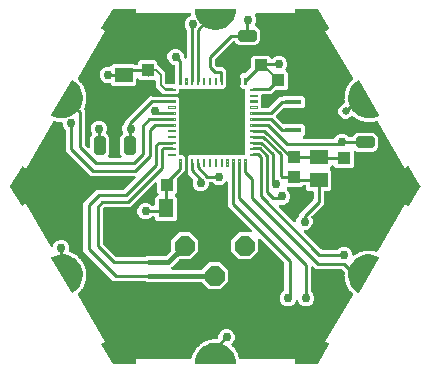
<source format=gbr>
G04 EAGLE Gerber RS-274X export*
G75*
%MOMM*%
%FSLAX34Y34*%
%LPD*%
%INBottom Copper*%
%IPPOS*%
%AMOC8*
5,1,8,0,0,1.08239X$1,22.5*%
G01*
%ADD10R,1.500000X1.300000*%
%ADD11C,0.124994*%
%ADD12R,5.699988X5.699988*%
%ADD13R,1.399997X0.400000*%
%ADD14R,1.300000X1.500000*%
%ADD15R,1.000000X1.100000*%
%ADD16R,1.100000X1.000000*%
%ADD17C,0.499997*%
%ADD18C,1.000000*%
%ADD19P,1.814519X8X292.500000*%
%ADD20C,0.254000*%
%ADD21C,0.756400*%
%ADD22C,0.177800*%
%ADD23C,0.660400*%
%ADD24C,0.406400*%

G36*
X278630Y195708D02*
X278630Y195708D01*
X278658Y195706D01*
X278726Y195728D01*
X278797Y195742D01*
X278820Y195758D01*
X278847Y195767D01*
X278902Y195814D01*
X278961Y195855D01*
X278976Y195879D01*
X278998Y195897D01*
X279029Y195962D01*
X279068Y196022D01*
X279073Y196050D01*
X279085Y196076D01*
X279094Y196177D01*
X279101Y196219D01*
X279099Y196229D01*
X279100Y196242D01*
X278857Y199292D01*
X278848Y199324D01*
X278844Y199371D01*
X278751Y199751D01*
X324767Y199751D01*
X324833Y199759D01*
X324900Y199758D01*
X324990Y199779D01*
X325082Y199791D01*
X325144Y199815D01*
X325210Y199830D01*
X325292Y199873D01*
X325378Y199908D01*
X325432Y199947D01*
X325491Y199978D01*
X325560Y200040D01*
X325635Y200094D01*
X325678Y200146D01*
X325728Y200191D01*
X325779Y200268D01*
X325838Y200339D01*
X325867Y200400D01*
X325904Y200456D01*
X325934Y200543D01*
X325974Y200627D01*
X325986Y200693D01*
X326008Y200756D01*
X326015Y200799D01*
X326047Y200834D01*
X326079Y200895D01*
X326120Y200950D01*
X326154Y201034D01*
X326197Y201114D01*
X326213Y201181D01*
X326239Y201245D01*
X326251Y201335D01*
X326272Y201423D01*
X326271Y201492D01*
X326281Y201560D01*
X326270Y201650D01*
X326269Y201741D01*
X326264Y201759D01*
X326713Y202782D01*
X326720Y202805D01*
X326732Y202827D01*
X326781Y202980D01*
X327056Y204067D01*
X327084Y204088D01*
X327126Y204143D01*
X327175Y204191D01*
X327223Y204269D01*
X327278Y204340D01*
X327305Y204403D01*
X327341Y204462D01*
X327368Y204549D01*
X327403Y204632D01*
X327414Y204701D01*
X327434Y204766D01*
X327438Y204857D01*
X327452Y204947D01*
X327451Y204964D01*
X328062Y205900D01*
X328072Y205922D01*
X328088Y205941D01*
X328161Y206084D01*
X328612Y207111D01*
X328643Y207127D01*
X328693Y207174D01*
X328750Y207214D01*
X328809Y207282D01*
X328876Y207344D01*
X328913Y207402D01*
X328958Y207454D01*
X328998Y207535D01*
X329047Y207612D01*
X329069Y207677D01*
X329100Y207739D01*
X329119Y207827D01*
X329147Y207913D01*
X329149Y207931D01*
X329905Y208753D01*
X329920Y208773D01*
X329938Y208790D01*
X330034Y208919D01*
X330647Y209857D01*
X330680Y209869D01*
X330738Y209907D01*
X330800Y209936D01*
X330870Y209994D01*
X330946Y210044D01*
X330992Y210095D01*
X331045Y210139D01*
X331098Y210212D01*
X331159Y210279D01*
X331191Y210340D01*
X331232Y210396D01*
X331265Y210481D01*
X331308Y210561D01*
X331312Y210578D01*
X332194Y211265D01*
X332211Y211282D01*
X332231Y211295D01*
X332348Y211407D01*
X333107Y212231D01*
X333142Y212237D01*
X333205Y212265D01*
X333271Y212284D01*
X333349Y212329D01*
X333432Y212366D01*
X333486Y212409D01*
X333546Y212443D01*
X333610Y212507D01*
X333682Y212563D01*
X333723Y212618D01*
X333772Y212667D01*
X333819Y212744D01*
X333874Y212817D01*
X333881Y212833D01*
X334864Y213365D01*
X334884Y213379D01*
X334906Y213389D01*
X335039Y213480D01*
X335924Y214168D01*
X335959Y214168D01*
X336026Y214185D01*
X336094Y214193D01*
X336179Y214225D01*
X336267Y214248D01*
X336327Y214281D01*
X336392Y214305D01*
X336466Y214357D01*
X336545Y214401D01*
X336596Y214448D01*
X336652Y214488D01*
X336711Y214557D01*
X336777Y214619D01*
X336786Y214634D01*
X337843Y214997D01*
X337865Y215008D01*
X337889Y215014D01*
X338035Y215081D01*
X339021Y215615D01*
X339056Y215609D01*
X339124Y215615D01*
X339193Y215611D01*
X339282Y215629D01*
X339373Y215637D01*
X339438Y215660D01*
X339505Y215673D01*
X339587Y215712D01*
X339673Y215742D01*
X339730Y215781D01*
X339792Y215810D01*
X339861Y215869D01*
X339937Y215919D01*
X339949Y215933D01*
X341051Y216116D01*
X341074Y216123D01*
X341099Y216125D01*
X341254Y216168D01*
X342314Y216532D01*
X342347Y216520D01*
X342416Y216515D01*
X342483Y216500D01*
X342574Y216503D01*
X342665Y216496D01*
X342732Y216508D01*
X342801Y216510D01*
X342888Y216535D01*
X342978Y216550D01*
X343041Y216579D01*
X343107Y216598D01*
X343185Y216644D01*
X343268Y216681D01*
X343282Y216693D01*
X344399Y216693D01*
X344423Y216696D01*
X344448Y216694D01*
X344608Y216710D01*
X345713Y216894D01*
X345744Y216878D01*
X345811Y216861D01*
X345875Y216835D01*
X345965Y216823D01*
X346053Y216801D01*
X346122Y216802D01*
X346190Y216792D01*
X346280Y216803D01*
X346371Y216804D01*
X346438Y216821D01*
X346506Y216829D01*
X346591Y216862D01*
X346678Y216885D01*
X346694Y216894D01*
X347123Y216822D01*
X347168Y216821D01*
X347211Y216811D01*
X347326Y216814D01*
X347441Y216810D01*
X347484Y216819D01*
X347529Y216820D01*
X347639Y216852D01*
X347751Y216876D01*
X347791Y216896D01*
X347835Y216909D01*
X347933Y216967D01*
X348036Y217018D01*
X348070Y217048D01*
X348108Y217070D01*
X348229Y217177D01*
X348398Y217345D01*
X348458Y217423D01*
X348526Y217496D01*
X348555Y217549D01*
X348593Y217597D01*
X348632Y217687D01*
X348680Y217774D01*
X348695Y217833D01*
X348719Y217888D01*
X348734Y217986D01*
X348759Y218082D01*
X348765Y218182D01*
X348769Y218202D01*
X348767Y218215D01*
X348769Y218243D01*
X348769Y219799D01*
X349809Y222309D01*
X351731Y224231D01*
X354241Y225271D01*
X356959Y225271D01*
X359469Y224231D01*
X361391Y222309D01*
X362431Y219799D01*
X362431Y217081D01*
X361391Y214571D01*
X360040Y213220D01*
X359983Y213147D01*
X359919Y213080D01*
X359886Y213022D01*
X359845Y212969D01*
X359809Y212884D01*
X359763Y212803D01*
X359746Y212738D01*
X359719Y212677D01*
X359705Y212585D01*
X359680Y212496D01*
X359680Y212429D01*
X359669Y212363D01*
X359678Y212270D01*
X359677Y212178D01*
X359693Y212113D01*
X359699Y212046D01*
X359731Y211959D01*
X359753Y211869D01*
X359784Y211810D01*
X359807Y211747D01*
X359859Y211670D01*
X359903Y211588D01*
X359976Y211498D01*
X359985Y211484D01*
X359992Y211478D01*
X360004Y211463D01*
X360056Y211407D01*
X360075Y211391D01*
X360090Y211371D01*
X360210Y211265D01*
X361095Y210576D01*
X361104Y210542D01*
X361137Y210482D01*
X361161Y210417D01*
X361213Y210343D01*
X361256Y210263D01*
X361303Y210213D01*
X361343Y210156D01*
X361412Y210097D01*
X361474Y210031D01*
X361532Y209994D01*
X361584Y209949D01*
X361665Y209909D01*
X361742Y209860D01*
X361759Y209854D01*
X362370Y208919D01*
X362386Y208900D01*
X362397Y208878D01*
X362499Y208753D01*
X363258Y207929D01*
X363261Y207894D01*
X363283Y207829D01*
X363297Y207761D01*
X363335Y207679D01*
X363365Y207593D01*
X363404Y207536D01*
X363433Y207474D01*
X363491Y207404D01*
X363541Y207329D01*
X363593Y207282D01*
X363637Y207229D01*
X363710Y207176D01*
X363778Y207116D01*
X363794Y207107D01*
X364243Y206084D01*
X364255Y206063D01*
X364263Y206040D01*
X364342Y205900D01*
X364955Y204962D01*
X364952Y204926D01*
X364964Y204859D01*
X364966Y204790D01*
X364991Y204702D01*
X365006Y204613D01*
X365034Y204550D01*
X365053Y204484D01*
X365099Y204406D01*
X365136Y204323D01*
X365179Y204269D01*
X365214Y204209D01*
X365278Y204145D01*
X365335Y204074D01*
X365349Y204063D01*
X365623Y202980D01*
X365632Y202957D01*
X365636Y202933D01*
X365691Y202782D01*
X366141Y201756D01*
X366133Y201721D01*
X366133Y201652D01*
X366124Y201584D01*
X366134Y201494D01*
X366134Y201403D01*
X366152Y201337D01*
X366159Y201268D01*
X366192Y201183D01*
X366215Y201096D01*
X366248Y201035D01*
X366273Y200971D01*
X366325Y200897D01*
X366369Y200818D01*
X366390Y200796D01*
X366390Y200783D01*
X366419Y200695D01*
X366438Y200604D01*
X366468Y200544D01*
X366488Y200481D01*
X366538Y200402D01*
X366579Y200319D01*
X366623Y200268D01*
X366659Y200212D01*
X366726Y200148D01*
X366787Y200078D01*
X366841Y200040D01*
X366890Y199994D01*
X366971Y199949D01*
X367047Y199896D01*
X367110Y199873D01*
X367169Y199840D01*
X367258Y199817D01*
X367345Y199785D01*
X367412Y199778D01*
X367477Y199761D01*
X367637Y199751D01*
X413653Y199751D01*
X413560Y199371D01*
X413558Y199337D01*
X413547Y199292D01*
X413304Y196242D01*
X413308Y196213D01*
X413303Y196185D01*
X413320Y196116D01*
X413328Y196044D01*
X413343Y196020D01*
X413349Y195992D01*
X413392Y195934D01*
X413428Y195872D01*
X413450Y195855D01*
X413467Y195832D01*
X413529Y195795D01*
X413586Y195752D01*
X413614Y195745D01*
X413638Y195730D01*
X413738Y195714D01*
X413779Y195703D01*
X413789Y195705D01*
X413802Y195703D01*
X432802Y195703D01*
X432878Y195718D01*
X432956Y195727D01*
X432975Y195738D01*
X432997Y195742D01*
X433061Y195786D01*
X433129Y195825D01*
X433145Y195844D01*
X433161Y195855D01*
X433185Y195893D01*
X433235Y195953D01*
X442735Y212453D01*
X442744Y212480D01*
X442760Y212504D01*
X442775Y212574D01*
X442798Y212642D01*
X442795Y212670D01*
X442801Y212698D01*
X442788Y212769D01*
X442782Y212840D01*
X442769Y212865D01*
X442763Y212893D01*
X442723Y212953D01*
X442690Y213016D01*
X442668Y213034D01*
X442652Y213058D01*
X442569Y213116D01*
X442537Y213143D01*
X442526Y213146D01*
X442516Y213153D01*
X439750Y214462D01*
X439717Y214470D01*
X439674Y214490D01*
X439321Y214592D01*
X462322Y254431D01*
X462348Y254493D01*
X462382Y254549D01*
X462409Y254638D01*
X462445Y254724D01*
X462455Y254790D01*
X462474Y254854D01*
X462478Y254947D01*
X462492Y255039D01*
X462485Y255105D01*
X462488Y255171D01*
X462468Y255263D01*
X462459Y255355D01*
X462435Y255418D01*
X462422Y255483D01*
X462380Y255566D01*
X462348Y255653D01*
X462310Y255708D01*
X462280Y255768D01*
X462220Y255838D01*
X462166Y255915D01*
X462116Y255958D01*
X462073Y256008D01*
X462029Y256043D01*
X462016Y256085D01*
X461979Y256144D01*
X461952Y256207D01*
X461896Y256278D01*
X461848Y256355D01*
X461798Y256403D01*
X461756Y256457D01*
X461684Y256513D01*
X461618Y256576D01*
X461558Y256609D01*
X461504Y256651D01*
X461420Y256687D01*
X461341Y256732D01*
X461326Y256736D01*
X460665Y257637D01*
X460648Y257655D01*
X460635Y257676D01*
X460527Y257795D01*
X459724Y258577D01*
X459720Y258610D01*
X459693Y258674D01*
X459677Y258740D01*
X459633Y258820D01*
X459599Y258904D01*
X459557Y258959D01*
X459525Y259020D01*
X459463Y259086D01*
X459408Y259159D01*
X459355Y259202D01*
X459308Y259253D01*
X459232Y259302D01*
X459161Y259359D01*
X459147Y259365D01*
X458643Y260363D01*
X458629Y260383D01*
X458620Y260406D01*
X458533Y260541D01*
X457870Y261445D01*
X457870Y261478D01*
X457855Y261545D01*
X457849Y261614D01*
X457820Y261700D01*
X457800Y261788D01*
X457768Y261849D01*
X457746Y261915D01*
X457696Y261990D01*
X457654Y262071D01*
X457608Y262122D01*
X457570Y262180D01*
X457503Y262241D01*
X457443Y262309D01*
X457430Y262317D01*
X457097Y263384D01*
X457086Y263407D01*
X457081Y263431D01*
X457018Y263579D01*
X456512Y264579D01*
X456519Y264612D01*
X456515Y264681D01*
X456520Y264749D01*
X456505Y264838D01*
X456500Y264929D01*
X456479Y264995D01*
X456467Y265063D01*
X456430Y265146D01*
X456403Y265232D01*
X456366Y265290D01*
X456338Y265353D01*
X456282Y265424D01*
X456233Y265501D01*
X456222Y265512D01*
X456069Y266619D01*
X456063Y266643D01*
X456062Y266667D01*
X456023Y266824D01*
X455689Y267894D01*
X455701Y267925D01*
X455708Y267993D01*
X455725Y268060D01*
X455725Y268151D01*
X455735Y268241D01*
X455725Y268309D01*
X455725Y268378D01*
X455702Y268466D01*
X455689Y268556D01*
X455662Y268619D01*
X455645Y268686D01*
X455601Y268765D01*
X455566Y268849D01*
X455556Y268862D01*
X455588Y269979D01*
X455586Y270003D01*
X455588Y270027D01*
X455577Y270188D01*
X455423Y271299D01*
X455440Y271327D01*
X455458Y271394D01*
X455486Y271457D01*
X455501Y271546D01*
X455525Y271634D01*
X455526Y271703D01*
X455538Y271771D01*
X455530Y271861D01*
X455532Y271952D01*
X455516Y272019D01*
X455510Y272087D01*
X455479Y272173D01*
X455459Y272261D01*
X455451Y272275D01*
X455567Y272862D01*
X455571Y272925D01*
X455585Y272986D01*
X455582Y273083D01*
X455588Y273180D01*
X455577Y273241D01*
X455575Y273304D01*
X455548Y273397D01*
X455530Y273492D01*
X455504Y273549D01*
X455486Y273609D01*
X455437Y273693D01*
X455396Y273781D01*
X455357Y273829D01*
X455325Y273883D01*
X455219Y274004D01*
X453243Y275980D01*
X453165Y276040D01*
X453092Y276108D01*
X453039Y276137D01*
X452992Y276174D01*
X452901Y276214D01*
X452814Y276262D01*
X452755Y276277D01*
X452700Y276301D01*
X452602Y276316D01*
X452506Y276341D01*
X452406Y276347D01*
X452386Y276351D01*
X452373Y276349D01*
X452345Y276351D01*
X431281Y276351D01*
X429395Y278237D01*
X429286Y278322D01*
X429179Y278411D01*
X429160Y278419D01*
X429144Y278432D01*
X429016Y278487D01*
X428891Y278546D01*
X428871Y278550D01*
X428852Y278558D01*
X428714Y278580D01*
X428578Y278606D01*
X428558Y278605D01*
X428538Y278608D01*
X428399Y278595D01*
X428261Y278586D01*
X428242Y278580D01*
X428222Y278578D01*
X428090Y278531D01*
X427959Y278488D01*
X427941Y278478D01*
X427922Y278471D01*
X427807Y278393D01*
X427690Y278318D01*
X427676Y278303D01*
X427659Y278292D01*
X427567Y278188D01*
X427472Y278087D01*
X427462Y278069D01*
X427449Y278054D01*
X427385Y277930D01*
X427318Y277808D01*
X427313Y277788D01*
X427304Y277770D01*
X427274Y277635D01*
X427239Y277500D01*
X427237Y277472D01*
X427234Y277460D01*
X427235Y277440D01*
X427229Y277339D01*
X427229Y257327D01*
X427241Y257229D01*
X427244Y257130D01*
X427261Y257072D01*
X427269Y257012D01*
X427305Y256919D01*
X427333Y256824D01*
X427363Y256772D01*
X427386Y256716D01*
X427444Y256636D01*
X427494Y256550D01*
X427560Y256475D01*
X427572Y256459D01*
X427582Y256451D01*
X427600Y256430D01*
X428701Y255329D01*
X429741Y252819D01*
X429741Y250101D01*
X428701Y247591D01*
X426779Y245669D01*
X424269Y244629D01*
X421551Y244629D01*
X419041Y245669D01*
X417119Y247591D01*
X416463Y249176D01*
X416394Y249296D01*
X416329Y249419D01*
X416315Y249434D01*
X416305Y249452D01*
X416208Y249552D01*
X416115Y249655D01*
X416098Y249666D01*
X416084Y249680D01*
X415965Y249753D01*
X415849Y249830D01*
X415830Y249836D01*
X415813Y249847D01*
X415680Y249888D01*
X415548Y249933D01*
X415528Y249934D01*
X415509Y249940D01*
X415370Y249947D01*
X415231Y249958D01*
X415211Y249954D01*
X415191Y249955D01*
X415055Y249927D01*
X414918Y249904D01*
X414899Y249895D01*
X414880Y249891D01*
X414754Y249830D01*
X414628Y249773D01*
X414612Y249760D01*
X414594Y249751D01*
X414488Y249661D01*
X414380Y249574D01*
X414367Y249558D01*
X414352Y249545D01*
X414272Y249431D01*
X414188Y249320D01*
X414176Y249295D01*
X414169Y249285D01*
X414162Y249266D01*
X414117Y249176D01*
X413461Y247591D01*
X411539Y245669D01*
X409029Y244629D01*
X406311Y244629D01*
X403801Y245669D01*
X401879Y247591D01*
X400839Y250101D01*
X400839Y252819D01*
X401879Y255329D01*
X403801Y257251D01*
X403838Y257266D01*
X403863Y257281D01*
X403891Y257290D01*
X404001Y257359D01*
X404114Y257424D01*
X404135Y257444D01*
X404160Y257460D01*
X404249Y257555D01*
X404342Y257645D01*
X404358Y257670D01*
X404378Y257692D01*
X404441Y257805D01*
X404509Y257916D01*
X404517Y257944D01*
X404532Y257970D01*
X404564Y258096D01*
X404602Y258220D01*
X404604Y258250D01*
X404611Y258278D01*
X404621Y258439D01*
X404621Y280895D01*
X404609Y280994D01*
X404606Y281093D01*
X404589Y281151D01*
X404581Y281211D01*
X404545Y281303D01*
X404517Y281398D01*
X404487Y281450D01*
X404464Y281507D01*
X404406Y281587D01*
X404356Y281672D01*
X404290Y281747D01*
X404278Y281764D01*
X404268Y281772D01*
X404250Y281793D01*
X384437Y301605D01*
X384328Y301690D01*
X384221Y301779D01*
X384202Y301787D01*
X384186Y301800D01*
X384058Y301855D01*
X383933Y301914D01*
X383913Y301918D01*
X383894Y301926D01*
X383756Y301948D01*
X383620Y301974D01*
X383600Y301973D01*
X383580Y301976D01*
X383441Y301963D01*
X383303Y301954D01*
X383284Y301948D01*
X383264Y301946D01*
X383132Y301899D01*
X383001Y301856D01*
X382983Y301846D01*
X382964Y301839D01*
X382849Y301761D01*
X382732Y301686D01*
X382718Y301671D01*
X382701Y301660D01*
X382609Y301556D01*
X382514Y301455D01*
X382504Y301437D01*
X382491Y301422D01*
X382427Y301298D01*
X382360Y301176D01*
X382355Y301156D01*
X382346Y301138D01*
X382316Y301003D01*
X382281Y300868D01*
X382279Y300840D01*
X382276Y300828D01*
X382277Y300808D01*
X382271Y300707D01*
X382271Y291175D01*
X375575Y284479D01*
X366105Y284479D01*
X359409Y291175D01*
X359409Y300645D01*
X366105Y307341D01*
X375637Y307341D01*
X375775Y307358D01*
X375914Y307371D01*
X375933Y307378D01*
X375953Y307381D01*
X376082Y307432D01*
X376213Y307479D01*
X376230Y307490D01*
X376249Y307498D01*
X376361Y307579D01*
X376476Y307657D01*
X376490Y307673D01*
X376506Y307684D01*
X376595Y307792D01*
X376687Y307896D01*
X376696Y307914D01*
X376709Y307929D01*
X376768Y308055D01*
X376831Y308179D01*
X376836Y308199D01*
X376844Y308217D01*
X376870Y308353D01*
X376901Y308489D01*
X376900Y308510D01*
X376904Y308529D01*
X376895Y308668D01*
X376891Y308807D01*
X376886Y308827D01*
X376884Y308847D01*
X376842Y308979D01*
X376803Y309113D01*
X376793Y309130D01*
X376786Y309149D01*
X376712Y309267D01*
X376641Y309387D01*
X376623Y309408D01*
X376616Y309418D01*
X376601Y309432D01*
X376535Y309507D01*
X356843Y329199D01*
X356843Y349199D01*
X356826Y349336D01*
X356813Y349475D01*
X356806Y349494D01*
X356803Y349514D01*
X356752Y349643D01*
X356705Y349775D01*
X356694Y349791D01*
X356686Y349810D01*
X356605Y349923D01*
X356527Y350038D01*
X356511Y350051D01*
X356500Y350068D01*
X356392Y350156D01*
X356288Y350248D01*
X356270Y350257D01*
X356255Y350270D01*
X356129Y350330D01*
X356005Y350393D01*
X355985Y350397D01*
X355967Y350406D01*
X355830Y350432D01*
X355695Y350462D01*
X355674Y350462D01*
X355655Y350466D01*
X355516Y350457D01*
X355377Y350453D01*
X355357Y350447D01*
X355337Y350446D01*
X355205Y350403D01*
X355071Y350364D01*
X355054Y350354D01*
X355035Y350348D01*
X354917Y350273D01*
X354797Y350203D01*
X354776Y350184D01*
X354766Y350178D01*
X354752Y350163D01*
X354677Y350096D01*
X353119Y348539D01*
X350609Y347499D01*
X347891Y347499D01*
X345381Y348539D01*
X344280Y349640D01*
X344202Y349700D01*
X344130Y349768D01*
X344077Y349797D01*
X344029Y349834D01*
X343938Y349874D01*
X343852Y349922D01*
X343793Y349937D01*
X343737Y349961D01*
X343639Y349976D01*
X343544Y350001D01*
X343444Y350007D01*
X343423Y350011D01*
X343411Y350009D01*
X343383Y350011D01*
X341905Y350011D01*
X341787Y349996D01*
X341668Y349989D01*
X341630Y349976D01*
X341590Y349971D01*
X341479Y349928D01*
X341366Y349891D01*
X341331Y349869D01*
X341294Y349854D01*
X341198Y349785D01*
X341097Y349721D01*
X341069Y349691D01*
X341036Y349668D01*
X340961Y349576D01*
X340879Y349489D01*
X340859Y349454D01*
X340834Y349423D01*
X340783Y349315D01*
X340725Y349211D01*
X340715Y349171D01*
X340698Y349135D01*
X340676Y349018D01*
X340646Y348903D01*
X340642Y348843D01*
X340638Y348823D01*
X340640Y348802D01*
X340636Y348742D01*
X340636Y347686D01*
X339596Y345176D01*
X337674Y343254D01*
X335164Y342214D01*
X332446Y342214D01*
X329936Y343254D01*
X328014Y345176D01*
X326974Y347686D01*
X326974Y350404D01*
X327328Y351257D01*
X327335Y351285D01*
X327349Y351311D01*
X327377Y351438D01*
X327412Y351563D01*
X327412Y351593D01*
X327418Y351622D01*
X327415Y351752D01*
X327417Y351881D01*
X327410Y351910D01*
X327409Y351940D01*
X327373Y352064D01*
X327342Y352191D01*
X327329Y352217D01*
X327320Y352245D01*
X327254Y352357D01*
X327194Y352472D01*
X327174Y352494D01*
X327159Y352519D01*
X327052Y352640D01*
X321829Y357863D01*
X321826Y357888D01*
X321813Y358026D01*
X321806Y358045D01*
X321803Y358066D01*
X321752Y358195D01*
X321705Y358326D01*
X321694Y358342D01*
X321686Y358361D01*
X321605Y358474D01*
X321527Y358589D01*
X321511Y358602D01*
X321500Y358619D01*
X321392Y358707D01*
X321288Y358799D01*
X321270Y358808D01*
X321255Y358821D01*
X321129Y358881D01*
X321005Y358944D01*
X320985Y358948D01*
X320967Y358957D01*
X320831Y358983D01*
X320695Y359013D01*
X320674Y359013D01*
X320655Y359017D01*
X320516Y359008D01*
X320377Y359004D01*
X320357Y358998D01*
X320337Y358997D01*
X320205Y358954D01*
X320071Y358915D01*
X320054Y358905D01*
X320035Y358899D01*
X319917Y358824D01*
X319797Y358754D01*
X319776Y358735D01*
X319766Y358729D01*
X319752Y358714D01*
X319677Y358647D01*
X314062Y353033D01*
X314002Y352955D01*
X313934Y352883D01*
X313904Y352830D01*
X313867Y352782D01*
X313828Y352691D01*
X313780Y352604D01*
X313765Y352546D01*
X313741Y352490D01*
X313725Y352392D01*
X313701Y352296D01*
X313694Y352196D01*
X313691Y352176D01*
X313692Y352164D01*
X313690Y352136D01*
X313690Y341417D01*
X312089Y339816D01*
X312016Y339722D01*
X311938Y339633D01*
X311919Y339597D01*
X311894Y339565D01*
X311847Y339456D01*
X311793Y339350D01*
X311784Y339310D01*
X311768Y339273D01*
X311749Y339155D01*
X311723Y339040D01*
X311725Y338999D01*
X311718Y338959D01*
X311729Y338841D01*
X311733Y338722D01*
X311744Y338683D01*
X311748Y338643D01*
X311788Y338530D01*
X311821Y338416D01*
X311842Y338381D01*
X311856Y338343D01*
X311923Y338245D01*
X311983Y338142D01*
X312023Y338097D01*
X312034Y338080D01*
X312050Y338067D01*
X312089Y338021D01*
X313876Y336235D01*
X313876Y318709D01*
X312090Y316923D01*
X296564Y316923D01*
X294778Y318709D01*
X294778Y319532D01*
X294763Y319650D01*
X294756Y319769D01*
X294744Y319807D01*
X294739Y319848D01*
X294695Y319958D01*
X294658Y320071D01*
X294636Y320106D01*
X294622Y320143D01*
X294552Y320239D01*
X294488Y320340D01*
X294458Y320368D01*
X294435Y320401D01*
X294343Y320477D01*
X294256Y320558D01*
X294221Y320578D01*
X294190Y320603D01*
X294082Y320654D01*
X293978Y320712D01*
X293939Y320722D01*
X293902Y320739D01*
X293785Y320761D01*
X293670Y320791D01*
X293610Y320795D01*
X293590Y320799D01*
X293569Y320797D01*
X293509Y320801D01*
X292887Y320801D01*
X292789Y320789D01*
X292690Y320786D01*
X292632Y320769D01*
X292572Y320761D01*
X292479Y320725D01*
X292384Y320697D01*
X292332Y320667D01*
X292276Y320644D01*
X292196Y320586D01*
X292110Y320536D01*
X292035Y320470D01*
X292019Y320458D01*
X292011Y320448D01*
X291990Y320430D01*
X290889Y319329D01*
X288379Y318289D01*
X285661Y318289D01*
X283151Y319329D01*
X281229Y321251D01*
X280189Y323761D01*
X280189Y326479D01*
X281229Y328989D01*
X283151Y330911D01*
X285661Y331951D01*
X288379Y331951D01*
X290889Y330911D01*
X291990Y329810D01*
X292068Y329750D01*
X292140Y329682D01*
X292193Y329653D01*
X292241Y329616D01*
X292332Y329576D01*
X292418Y329528D01*
X292477Y329513D01*
X292533Y329489D01*
X292631Y329474D01*
X292726Y329449D01*
X292826Y329443D01*
X292847Y329439D01*
X292859Y329441D01*
X292887Y329439D01*
X293509Y329439D01*
X293627Y329454D01*
X293746Y329461D01*
X293785Y329474D01*
X293825Y329479D01*
X293935Y329522D01*
X294049Y329559D01*
X294083Y329581D01*
X294120Y329596D01*
X294217Y329665D01*
X294317Y329729D01*
X294345Y329759D01*
X294378Y329782D01*
X294454Y329874D01*
X294535Y329961D01*
X294555Y329996D01*
X294581Y330027D01*
X294631Y330135D01*
X294689Y330239D01*
X294699Y330279D01*
X294716Y330315D01*
X294738Y330432D01*
X294768Y330547D01*
X294772Y330607D01*
X294776Y330627D01*
X294775Y330648D01*
X294778Y330708D01*
X294778Y336235D01*
X296564Y338021D01*
X296925Y338021D01*
X297063Y338038D01*
X297202Y338051D01*
X297221Y338058D01*
X297241Y338061D01*
X297370Y338112D01*
X297501Y338159D01*
X297518Y338170D01*
X297537Y338178D01*
X297649Y338259D01*
X297764Y338337D01*
X297778Y338353D01*
X297794Y338365D01*
X297883Y338472D01*
X297975Y338576D01*
X297984Y338594D01*
X297997Y338610D01*
X298056Y338735D01*
X298119Y338859D01*
X298124Y338879D01*
X298132Y338897D01*
X298158Y339034D01*
X298189Y339169D01*
X298188Y339190D01*
X298192Y339210D01*
X298184Y339348D01*
X298179Y339487D01*
X298174Y339507D01*
X298172Y339527D01*
X298130Y339659D01*
X298091Y339793D01*
X298081Y339810D01*
X298074Y339830D01*
X298000Y339947D01*
X297929Y340067D01*
X297911Y340088D01*
X297904Y340098D01*
X297889Y340112D01*
X297823Y340188D01*
X296593Y341417D01*
X296593Y348381D01*
X296576Y348519D01*
X296563Y348658D01*
X296556Y348677D01*
X296553Y348697D01*
X296502Y348826D01*
X296455Y348957D01*
X296444Y348974D01*
X296436Y348992D01*
X296355Y349104D01*
X296276Y349220D01*
X296261Y349233D01*
X296249Y349250D01*
X296142Y349338D01*
X296038Y349430D01*
X296020Y349440D01*
X296004Y349453D01*
X295879Y349512D01*
X295755Y349575D01*
X295735Y349579D01*
X295717Y349588D01*
X295580Y349614D01*
X295444Y349645D01*
X295424Y349644D01*
X295404Y349648D01*
X295266Y349639D01*
X295127Y349635D01*
X295107Y349629D01*
X295087Y349628D01*
X294955Y349585D01*
X294821Y349547D01*
X294804Y349536D01*
X294784Y349530D01*
X294667Y349456D01*
X294547Y349385D01*
X294526Y349366D01*
X294516Y349360D01*
X294502Y349345D01*
X294426Y349279D01*
X276470Y331323D01*
X273569Y328421D01*
X252505Y328421D01*
X252406Y328409D01*
X252307Y328406D01*
X252249Y328389D01*
X252189Y328381D01*
X252097Y328345D01*
X252002Y328317D01*
X251950Y328287D01*
X251893Y328264D01*
X251813Y328206D01*
X251728Y328156D01*
X251653Y328090D01*
X251636Y328078D01*
X251628Y328068D01*
X251607Y328050D01*
X251070Y327513D01*
X251010Y327435D01*
X250942Y327362D01*
X250913Y327309D01*
X250876Y327262D01*
X250836Y327171D01*
X250788Y327084D01*
X250773Y327025D01*
X250749Y326970D01*
X250734Y326872D01*
X250709Y326776D01*
X250703Y326676D01*
X250699Y326656D01*
X250701Y326643D01*
X250699Y326615D01*
X250699Y298225D01*
X250711Y298126D01*
X250714Y298027D01*
X250731Y297969D01*
X250739Y297909D01*
X250775Y297817D01*
X250803Y297722D01*
X250833Y297670D01*
X250856Y297613D01*
X250914Y297533D01*
X250964Y297448D01*
X251030Y297373D01*
X251042Y297356D01*
X251052Y297348D01*
X251070Y297327D01*
X261767Y286630D01*
X261845Y286570D01*
X261918Y286502D01*
X261971Y286473D01*
X262018Y286436D01*
X262109Y286396D01*
X262196Y286348D01*
X262255Y286333D01*
X262310Y286309D01*
X262408Y286294D01*
X262504Y286269D01*
X262604Y286263D01*
X262624Y286259D01*
X262637Y286261D01*
X262665Y286259D01*
X286457Y286259D01*
X286466Y286260D01*
X286476Y286259D01*
X286624Y286280D01*
X286773Y286299D01*
X286781Y286302D01*
X286791Y286303D01*
X286943Y286355D01*
X288549Y287021D01*
X303440Y287021D01*
X303538Y287033D01*
X303637Y287036D01*
X303695Y287053D01*
X303755Y287061D01*
X303847Y287097D01*
X303942Y287125D01*
X303995Y287155D01*
X304051Y287178D01*
X304131Y287236D01*
X304216Y287286D01*
X304292Y287352D01*
X304308Y287364D01*
X304316Y287374D01*
X304337Y287392D01*
X308238Y291293D01*
X308298Y291371D01*
X308366Y291443D01*
X308395Y291496D01*
X308432Y291544D01*
X308472Y291635D01*
X308520Y291722D01*
X308535Y291780D01*
X308559Y291836D01*
X308574Y291934D01*
X308599Y292030D01*
X308605Y292130D01*
X308609Y292150D01*
X308607Y292162D01*
X308609Y292190D01*
X308609Y300645D01*
X315305Y307341D01*
X324775Y307341D01*
X331471Y300645D01*
X331471Y291175D01*
X324775Y284479D01*
X316320Y284479D01*
X316222Y284467D01*
X316123Y284464D01*
X316065Y284447D01*
X316005Y284439D01*
X315913Y284403D01*
X315818Y284375D01*
X315765Y284345D01*
X315709Y284322D01*
X315629Y284264D01*
X315544Y284214D01*
X315468Y284148D01*
X315452Y284136D01*
X315444Y284126D01*
X315423Y284108D01*
X309073Y277757D01*
X308987Y277648D01*
X308899Y277541D01*
X308890Y277522D01*
X308878Y277506D01*
X308822Y277378D01*
X308763Y277253D01*
X308760Y277233D01*
X308751Y277214D01*
X308730Y277076D01*
X308704Y276940D01*
X308705Y276920D01*
X308702Y276900D01*
X308715Y276761D01*
X308723Y276623D01*
X308729Y276604D01*
X308731Y276584D01*
X308779Y276452D01*
X308821Y276321D01*
X308832Y276303D01*
X308839Y276284D01*
X308917Y276169D01*
X308991Y276052D01*
X309006Y276038D01*
X309018Y276021D01*
X309122Y275929D01*
X309223Y275834D01*
X309241Y275824D01*
X309256Y275811D01*
X309380Y275747D01*
X309502Y275680D01*
X309521Y275675D01*
X309539Y275666D01*
X309675Y275636D01*
X309810Y275601D01*
X309838Y275599D01*
X309850Y275596D01*
X309870Y275597D01*
X309970Y275591D01*
X333830Y275591D01*
X333928Y275603D01*
X334027Y275606D01*
X334085Y275623D01*
X334145Y275631D01*
X334237Y275667D01*
X334332Y275695D01*
X334384Y275725D01*
X334441Y275748D01*
X334521Y275806D01*
X334606Y275856D01*
X334682Y275922D01*
X334698Y275934D01*
X334706Y275944D01*
X334727Y275962D01*
X340705Y281941D01*
X350175Y281941D01*
X356871Y275245D01*
X356871Y265775D01*
X350175Y259079D01*
X340705Y259079D01*
X334727Y265058D01*
X334649Y265118D01*
X334577Y265186D01*
X334524Y265215D01*
X334476Y265252D01*
X334385Y265292D01*
X334298Y265340D01*
X334240Y265355D01*
X334184Y265379D01*
X334086Y265394D01*
X333990Y265419D01*
X333890Y265425D01*
X333870Y265429D01*
X333858Y265427D01*
X333830Y265429D01*
X288549Y265429D01*
X286943Y266095D01*
X286934Y266097D01*
X286926Y266102D01*
X286781Y266139D01*
X286636Y266179D01*
X286627Y266179D01*
X286618Y266181D01*
X286457Y266191D01*
X259831Y266191D01*
X234441Y291581D01*
X234441Y331989D01*
X245861Y343409D01*
X268195Y343409D01*
X268294Y343421D01*
X268393Y343424D01*
X268451Y343441D01*
X268511Y343449D01*
X268603Y343485D01*
X268698Y343513D01*
X268750Y343543D01*
X268807Y343566D01*
X268887Y343624D01*
X268972Y343674D01*
X269047Y343740D01*
X269064Y343752D01*
X269072Y343762D01*
X269093Y343780D01*
X278237Y352925D01*
X278322Y353034D01*
X278411Y353141D01*
X278419Y353160D01*
X278432Y353176D01*
X278487Y353304D01*
X278546Y353429D01*
X278550Y353449D01*
X278558Y353468D01*
X278580Y353606D01*
X278606Y353742D01*
X278605Y353762D01*
X278608Y353782D01*
X278595Y353921D01*
X278586Y354059D01*
X278580Y354078D01*
X278578Y354098D01*
X278531Y354230D01*
X278488Y354361D01*
X278478Y354379D01*
X278471Y354398D01*
X278393Y354513D01*
X278318Y354630D01*
X278303Y354644D01*
X278292Y354661D01*
X278188Y354753D01*
X278087Y354848D01*
X278069Y354858D01*
X278054Y354871D01*
X277930Y354935D01*
X277808Y355002D01*
X277788Y355007D01*
X277770Y355016D01*
X277635Y355046D01*
X277500Y355081D01*
X277472Y355083D01*
X277460Y355086D01*
X277440Y355085D01*
X277339Y355091D01*
X240371Y355091D01*
X219295Y376168D01*
X219295Y393680D01*
X219282Y393778D01*
X219279Y393877D01*
X219263Y393935D01*
X219255Y393995D01*
X219219Y394087D01*
X219191Y394182D01*
X219160Y394234D01*
X219138Y394291D01*
X219080Y394371D01*
X219029Y394456D01*
X218963Y394532D01*
X218951Y394548D01*
X218942Y394556D01*
X218923Y394577D01*
X217823Y395677D01*
X216783Y398188D01*
X216783Y399386D01*
X216763Y399540D01*
X216746Y399691D01*
X216744Y399696D01*
X216743Y399702D01*
X216687Y399844D01*
X216631Y399987D01*
X216628Y399992D01*
X216626Y399997D01*
X216536Y400121D01*
X216447Y400246D01*
X216442Y400250D01*
X216439Y400255D01*
X216321Y400352D01*
X216204Y400451D01*
X216199Y400454D01*
X216194Y400458D01*
X216056Y400522D01*
X215917Y400590D01*
X215911Y400591D01*
X215906Y400593D01*
X215757Y400622D01*
X215605Y400652D01*
X215598Y400652D01*
X215594Y400653D01*
X215585Y400652D01*
X215444Y400654D01*
X214498Y400602D01*
X214471Y400621D01*
X214406Y400645D01*
X214346Y400677D01*
X214258Y400700D01*
X214172Y400731D01*
X214104Y400738D01*
X214037Y400755D01*
X213946Y400754D01*
X213856Y400764D01*
X213788Y400754D01*
X213719Y400753D01*
X213631Y400730D01*
X213542Y400717D01*
X213527Y400711D01*
X212452Y401015D01*
X212428Y401019D01*
X212405Y401028D01*
X212246Y401056D01*
X211132Y401180D01*
X211108Y401203D01*
X211048Y401237D01*
X210994Y401279D01*
X210911Y401316D01*
X210832Y401361D01*
X210766Y401379D01*
X210703Y401407D01*
X210613Y401421D01*
X210525Y401445D01*
X210456Y401446D01*
X210389Y401457D01*
X210298Y401449D01*
X210207Y401450D01*
X210180Y401444D01*
X210094Y401462D01*
X210006Y401491D01*
X209939Y401495D01*
X209873Y401509D01*
X209781Y401505D01*
X209689Y401511D01*
X209623Y401499D01*
X209555Y401496D01*
X209467Y401470D01*
X209376Y401452D01*
X209315Y401424D01*
X209251Y401405D01*
X209172Y401357D01*
X209088Y401318D01*
X209036Y401275D01*
X208979Y401240D01*
X208914Y401174D01*
X208843Y401116D01*
X208803Y401061D01*
X208756Y401013D01*
X208667Y400879D01*
X185665Y361038D01*
X185371Y361320D01*
X185343Y361338D01*
X185309Y361371D01*
X182786Y363113D01*
X182759Y363124D01*
X182737Y363143D01*
X182668Y363163D01*
X182603Y363191D01*
X182574Y363191D01*
X182546Y363199D01*
X182475Y363191D01*
X182404Y363192D01*
X182377Y363180D01*
X182348Y363177D01*
X182286Y363142D01*
X182221Y363114D01*
X182200Y363094D01*
X182175Y363079D01*
X182112Y363002D01*
X182082Y362972D01*
X182078Y362962D01*
X182069Y362951D01*
X172569Y346451D01*
X172545Y346378D01*
X172514Y346308D01*
X172514Y346284D01*
X172506Y346262D01*
X172513Y346186D01*
X172512Y346109D01*
X172521Y346085D01*
X172522Y346064D01*
X172543Y346025D01*
X172562Y345973D01*
X172563Y345967D01*
X172565Y345965D01*
X172569Y345953D01*
X182069Y329453D01*
X182088Y329431D01*
X182101Y329405D01*
X182154Y329357D01*
X182201Y329304D01*
X182227Y329291D01*
X182249Y329272D01*
X182316Y329249D01*
X182380Y329218D01*
X182409Y329217D01*
X182436Y329207D01*
X182508Y329212D01*
X182579Y329209D01*
X182606Y329219D01*
X182635Y329221D01*
X182725Y329263D01*
X182765Y329278D01*
X182773Y329285D01*
X182786Y329291D01*
X185309Y331033D01*
X185333Y331057D01*
X185371Y331084D01*
X185665Y331366D01*
X206587Y295128D01*
X206621Y295083D01*
X206647Y295033D01*
X206716Y294957D01*
X206779Y294874D01*
X206823Y294839D01*
X206861Y294798D01*
X206947Y294741D01*
X207028Y294677D01*
X207080Y294654D01*
X207127Y294623D01*
X207224Y294589D01*
X207319Y294547D01*
X207374Y294538D01*
X207427Y294520D01*
X207530Y294511D01*
X207632Y294494D01*
X207688Y294499D01*
X207744Y294494D01*
X207846Y294512D01*
X207949Y294521D01*
X208002Y294539D01*
X208058Y294549D01*
X208152Y294591D01*
X208249Y294625D01*
X208296Y294656D01*
X208348Y294679D01*
X208428Y294744D01*
X208514Y294801D01*
X208552Y294843D01*
X208596Y294878D01*
X208658Y294960D01*
X208727Y295037D01*
X208754Y295087D01*
X208787Y295132D01*
X208858Y295277D01*
X209935Y297876D01*
X211857Y299798D01*
X214367Y300838D01*
X217085Y300838D01*
X219595Y299798D01*
X221517Y297876D01*
X222557Y295366D01*
X222557Y292648D01*
X222427Y292334D01*
X222408Y292267D01*
X222381Y292203D01*
X222366Y292114D01*
X222343Y292027D01*
X222342Y291958D01*
X222331Y291889D01*
X222339Y291799D01*
X222338Y291709D01*
X222354Y291641D01*
X222360Y291572D01*
X222391Y291488D01*
X222412Y291400D01*
X222444Y291339D01*
X222468Y291273D01*
X222518Y291198D01*
X222560Y291119D01*
X222607Y291067D01*
X222646Y291010D01*
X222714Y290950D01*
X222774Y290884D01*
X222832Y290845D01*
X222885Y290799D01*
X222965Y290758D01*
X223040Y290709D01*
X223106Y290686D01*
X223168Y290655D01*
X223322Y290610D01*
X223618Y290544D01*
X223639Y290518D01*
X223694Y290478D01*
X223744Y290430D01*
X223823Y290384D01*
X223896Y290331D01*
X223960Y290306D01*
X224020Y290272D01*
X224107Y290247D01*
X224192Y290214D01*
X224260Y290205D01*
X224327Y290187D01*
X224417Y290186D01*
X224507Y290174D01*
X224523Y290176D01*
X225475Y289591D01*
X225498Y289581D01*
X225518Y289567D01*
X225663Y289497D01*
X226702Y289076D01*
X226718Y289047D01*
X226766Y288998D01*
X226807Y288942D01*
X226878Y288885D01*
X226941Y288820D01*
X227000Y288785D01*
X227053Y288741D01*
X227136Y288703D01*
X227213Y288656D01*
X227280Y288636D01*
X227342Y288607D01*
X227431Y288591D01*
X227518Y288565D01*
X227534Y288564D01*
X228377Y287831D01*
X228397Y287817D01*
X228414Y287799D01*
X228546Y287707D01*
X229502Y287120D01*
X229513Y287089D01*
X229553Y287033D01*
X229584Y286971D01*
X229644Y286903D01*
X229696Y286829D01*
X229748Y286784D01*
X229794Y286732D01*
X229869Y286681D01*
X229938Y286622D01*
X229999Y286592D01*
X230056Y286553D01*
X230142Y286522D01*
X230223Y286482D01*
X230238Y286479D01*
X230949Y285616D01*
X230967Y285600D01*
X230981Y285579D01*
X231096Y285466D01*
X231942Y284730D01*
X231948Y284698D01*
X231978Y284636D01*
X231998Y284570D01*
X232046Y284493D01*
X232085Y284411D01*
X232130Y284358D01*
X232166Y284300D01*
X232231Y284237D01*
X232290Y284167D01*
X232346Y284127D01*
X232395Y284080D01*
X232474Y284035D01*
X232548Y283982D01*
X232563Y283976D01*
X233122Y283009D01*
X233137Y282989D01*
X233147Y282967D01*
X233242Y282837D01*
X233955Y281972D01*
X233956Y281939D01*
X233975Y281873D01*
X233985Y281804D01*
X234019Y281720D01*
X234044Y281633D01*
X234079Y281574D01*
X234105Y281510D01*
X234159Y281437D01*
X234206Y281359D01*
X234254Y281310D01*
X234295Y281255D01*
X234366Y281198D01*
X234430Y281134D01*
X234444Y281126D01*
X234836Y280079D01*
X234848Y280058D01*
X234854Y280034D01*
X234926Y279890D01*
X235487Y278919D01*
X235482Y278887D01*
X235490Y278818D01*
X235489Y278749D01*
X235509Y278661D01*
X235519Y278571D01*
X235544Y278506D01*
X235559Y278439D01*
X235601Y278359D01*
X235633Y278274D01*
X235673Y278218D01*
X235705Y278156D01*
X235765Y278088D01*
X235818Y278015D01*
X235829Y278005D01*
X236044Y276908D01*
X236052Y276884D01*
X236055Y276860D01*
X236102Y276706D01*
X236495Y275656D01*
X236486Y275625D01*
X236482Y275556D01*
X236469Y275488D01*
X236474Y275398D01*
X236470Y275307D01*
X236484Y275240D01*
X236488Y275171D01*
X236515Y275084D01*
X236534Y274996D01*
X236564Y274934D01*
X236585Y274868D01*
X236633Y274791D01*
X236673Y274710D01*
X236683Y274698D01*
X236714Y273580D01*
X236718Y273556D01*
X236717Y273532D01*
X236738Y273372D01*
X236953Y272272D01*
X236938Y272242D01*
X236924Y272175D01*
X236900Y272110D01*
X236890Y272020D01*
X236871Y271932D01*
X236873Y271863D01*
X236866Y271794D01*
X236879Y271705D01*
X236882Y271614D01*
X236902Y271548D01*
X236911Y271480D01*
X236946Y271396D01*
X236972Y271309D01*
X236980Y271295D01*
X236827Y270188D01*
X236827Y270163D01*
X236822Y270140D01*
X236816Y269979D01*
X236848Y268858D01*
X236828Y268832D01*
X236803Y268767D01*
X236768Y268708D01*
X236744Y268621D01*
X236710Y268536D01*
X236701Y268468D01*
X236683Y268402D01*
X236681Y268311D01*
X236669Y268221D01*
X236678Y268152D01*
X236676Y268084D01*
X236697Y267995D01*
X236708Y267905D01*
X236714Y267891D01*
X236381Y266824D01*
X236376Y266800D01*
X236367Y266777D01*
X236335Y266619D01*
X236182Y265508D01*
X236158Y265485D01*
X236122Y265426D01*
X236078Y265373D01*
X236040Y265291D01*
X235993Y265214D01*
X235973Y265148D01*
X235944Y265085D01*
X235927Y264996D01*
X235901Y264909D01*
X235898Y264840D01*
X235885Y264773D01*
X235891Y264682D01*
X235887Y264591D01*
X235890Y264576D01*
X235386Y263579D01*
X235378Y263556D01*
X235365Y263535D01*
X235307Y263384D01*
X234973Y262314D01*
X234946Y262295D01*
X234901Y262243D01*
X234849Y262198D01*
X234798Y262123D01*
X234739Y262054D01*
X234708Y261992D01*
X234669Y261936D01*
X234638Y261851D01*
X234598Y261769D01*
X234583Y261702D01*
X234560Y261637D01*
X234551Y261547D01*
X234532Y261458D01*
X234532Y261442D01*
X233871Y260541D01*
X233859Y260520D01*
X233843Y260501D01*
X233761Y260363D01*
X233256Y259362D01*
X233226Y259348D01*
X233173Y259304D01*
X233114Y259268D01*
X233051Y259202D01*
X232982Y259144D01*
X232941Y259088D01*
X232893Y259039D01*
X232849Y258960D01*
X232795Y258886D01*
X232770Y258822D01*
X232736Y258762D01*
X232712Y258675D01*
X232679Y258590D01*
X232677Y258575D01*
X231877Y257795D01*
X231861Y257776D01*
X231842Y257760D01*
X231739Y257637D01*
X231076Y256733D01*
X231044Y256724D01*
X230984Y256689D01*
X230921Y256663D01*
X230848Y256609D01*
X230769Y256563D01*
X230720Y256515D01*
X230665Y256474D01*
X230608Y256403D01*
X230543Y256340D01*
X230508Y256280D01*
X230465Y256227D01*
X230427Y256145D01*
X230380Y256067D01*
X230372Y256040D01*
X230353Y256027D01*
X230290Y255958D01*
X230221Y255896D01*
X230184Y255841D01*
X230140Y255791D01*
X230096Y255709D01*
X230045Y255631D01*
X230023Y255568D01*
X229992Y255509D01*
X229971Y255419D01*
X229940Y255331D01*
X229934Y255265D01*
X229919Y255200D01*
X229921Y255107D01*
X229913Y255014D01*
X229924Y254948D01*
X229925Y254882D01*
X229950Y254792D01*
X229966Y254700D01*
X229993Y254640D01*
X230010Y254576D01*
X230082Y254431D01*
X253083Y214592D01*
X252730Y214490D01*
X252700Y214474D01*
X252655Y214462D01*
X249889Y213153D01*
X249866Y213136D01*
X249839Y213126D01*
X249787Y213077D01*
X249729Y213034D01*
X249715Y213009D01*
X249694Y212990D01*
X249665Y212924D01*
X249629Y212862D01*
X249626Y212834D01*
X249614Y212808D01*
X249613Y212736D01*
X249604Y212665D01*
X249612Y212638D01*
X249612Y212609D01*
X249647Y212514D01*
X249658Y212474D01*
X249665Y212465D01*
X249669Y212453D01*
X259169Y195953D01*
X259221Y195895D01*
X259267Y195832D01*
X259286Y195821D01*
X259301Y195804D01*
X259371Y195770D01*
X259438Y195730D01*
X259463Y195726D01*
X259480Y195718D01*
X259525Y195716D01*
X259602Y195703D01*
X278602Y195703D01*
X278630Y195708D01*
G37*
G36*
X463228Y287510D02*
X463228Y287510D01*
X463378Y287517D01*
X463387Y287520D01*
X463397Y287520D01*
X463538Y287566D01*
X463682Y287610D01*
X463693Y287617D01*
X463699Y287619D01*
X463711Y287626D01*
X463824Y287686D01*
X463858Y287707D01*
X463877Y287722D01*
X463899Y287733D01*
X464027Y287831D01*
X464873Y288566D01*
X464906Y288568D01*
X464972Y288589D01*
X465039Y288600D01*
X465122Y288637D01*
X465209Y288664D01*
X465267Y288701D01*
X465330Y288729D01*
X465402Y288785D01*
X465479Y288833D01*
X465526Y288883D01*
X465580Y288925D01*
X465636Y288998D01*
X465698Y289063D01*
X465706Y289077D01*
X466741Y289497D01*
X466763Y289509D01*
X466786Y289516D01*
X466929Y289591D01*
X467884Y290178D01*
X467917Y290174D01*
X467985Y290184D01*
X468054Y290184D01*
X468142Y290206D01*
X468232Y290219D01*
X468295Y290246D01*
X468362Y290263D01*
X468442Y290306D01*
X468526Y290341D01*
X468581Y290382D01*
X468641Y290416D01*
X468707Y290478D01*
X468780Y290532D01*
X468790Y290544D01*
X469880Y290788D01*
X469904Y290796D01*
X469928Y290800D01*
X470081Y290850D01*
X471120Y291272D01*
X471151Y291263D01*
X471220Y291261D01*
X471288Y291250D01*
X471379Y291257D01*
X471469Y291255D01*
X471536Y291271D01*
X471605Y291277D01*
X471691Y291307D01*
X471779Y291327D01*
X471840Y291359D01*
X471905Y291382D01*
X471981Y291432D01*
X472061Y291474D01*
X472073Y291484D01*
X473189Y291545D01*
X473213Y291549D01*
X473238Y291549D01*
X473397Y291574D01*
X474491Y291818D01*
X474521Y291804D01*
X474588Y291791D01*
X474654Y291769D01*
X474744Y291761D01*
X474833Y291744D01*
X474902Y291749D01*
X474971Y291743D01*
X475060Y291758D01*
X475150Y291764D01*
X475216Y291785D01*
X475284Y291797D01*
X475367Y291834D01*
X475453Y291862D01*
X475466Y291871D01*
X476577Y291747D01*
X476602Y291747D01*
X476626Y291742D01*
X476787Y291741D01*
X477906Y291802D01*
X477933Y291783D01*
X477998Y291759D01*
X478058Y291727D01*
X478146Y291704D01*
X478232Y291673D01*
X478300Y291666D01*
X478367Y291649D01*
X478458Y291650D01*
X478548Y291640D01*
X478616Y291650D01*
X478685Y291651D01*
X478773Y291674D01*
X478862Y291687D01*
X478877Y291693D01*
X479952Y291389D01*
X479976Y291385D01*
X479999Y291376D01*
X480158Y291348D01*
X481272Y291224D01*
X481296Y291201D01*
X481356Y291167D01*
X481410Y291125D01*
X481493Y291088D01*
X481572Y291043D01*
X481638Y291025D01*
X481701Y290997D01*
X481791Y290983D01*
X481879Y290959D01*
X481948Y290958D01*
X482015Y290947D01*
X482106Y290955D01*
X482197Y290954D01*
X482224Y290960D01*
X482310Y290942D01*
X482398Y290913D01*
X482465Y290909D01*
X482531Y290895D01*
X482623Y290899D01*
X482715Y290893D01*
X482781Y290905D01*
X482849Y290908D01*
X482937Y290934D01*
X483028Y290952D01*
X483089Y290980D01*
X483153Y290999D01*
X483232Y291047D01*
X483316Y291086D01*
X483368Y291129D01*
X483425Y291164D01*
X483490Y291230D01*
X483561Y291288D01*
X483601Y291343D01*
X483648Y291391D01*
X483737Y291525D01*
X506739Y331366D01*
X507033Y331084D01*
X507061Y331066D01*
X507095Y331033D01*
X509618Y329291D01*
X509645Y329280D01*
X509667Y329261D01*
X509736Y329241D01*
X509801Y329213D01*
X509830Y329213D01*
X509858Y329205D01*
X509929Y329213D01*
X510000Y329213D01*
X510027Y329224D01*
X510056Y329227D01*
X510118Y329262D01*
X510183Y329290D01*
X510204Y329310D01*
X510229Y329325D01*
X510292Y329402D01*
X510322Y329432D01*
X510326Y329442D01*
X510335Y329453D01*
X519835Y345953D01*
X519845Y345985D01*
X519854Y345998D01*
X519858Y346022D01*
X519859Y346026D01*
X519890Y346096D01*
X519890Y346120D01*
X519898Y346142D01*
X519892Y346218D01*
X519893Y346295D01*
X519883Y346319D01*
X519882Y346340D01*
X519861Y346379D01*
X519835Y346451D01*
X510335Y362951D01*
X510316Y362973D01*
X510303Y362999D01*
X510250Y363047D01*
X510203Y363100D01*
X510177Y363113D01*
X510156Y363132D01*
X510088Y363155D01*
X510024Y363186D01*
X509995Y363188D01*
X509968Y363197D01*
X509896Y363192D01*
X509825Y363195D01*
X509798Y363185D01*
X509769Y363183D01*
X509679Y363141D01*
X509639Y363126D01*
X509631Y363119D01*
X509618Y363113D01*
X507095Y361371D01*
X507071Y361347D01*
X507033Y361320D01*
X506739Y361038D01*
X483737Y400879D01*
X483697Y400933D01*
X483664Y400992D01*
X483601Y401059D01*
X483545Y401132D01*
X483492Y401174D01*
X483446Y401223D01*
X483368Y401273D01*
X483296Y401330D01*
X483234Y401357D01*
X483178Y401393D01*
X483090Y401422D01*
X483005Y401459D01*
X482939Y401471D01*
X482875Y401491D01*
X482783Y401497D01*
X482692Y401513D01*
X482625Y401507D01*
X482558Y401511D01*
X482467Y401494D01*
X482375Y401486D01*
X482311Y401464D01*
X482245Y401451D01*
X482222Y401442D01*
X482176Y401452D01*
X482108Y401450D01*
X482039Y401458D01*
X481949Y401445D01*
X481859Y401442D01*
X481792Y401423D01*
X481724Y401413D01*
X481640Y401378D01*
X481553Y401353D01*
X481494Y401318D01*
X481430Y401291D01*
X481358Y401237D01*
X481280Y401191D01*
X481269Y401179D01*
X480158Y401056D01*
X480134Y401050D01*
X480110Y401049D01*
X479952Y401015D01*
X478874Y400710D01*
X478843Y400722D01*
X478775Y400731D01*
X478708Y400750D01*
X478618Y400752D01*
X478528Y400764D01*
X478459Y400756D01*
X478390Y400757D01*
X478302Y400737D01*
X478212Y400726D01*
X478148Y400701D01*
X478080Y400686D01*
X478000Y400644D01*
X477915Y400611D01*
X477903Y400602D01*
X476787Y400663D01*
X476762Y400661D01*
X476738Y400665D01*
X476577Y400657D01*
X475463Y400533D01*
X475435Y400550D01*
X475369Y400570D01*
X475306Y400600D01*
X475217Y400617D01*
X475131Y400643D01*
X475062Y400647D01*
X474994Y400660D01*
X474903Y400654D01*
X474813Y400658D01*
X474745Y400644D01*
X474677Y400640D01*
X474590Y400612D01*
X474502Y400594D01*
X474487Y400587D01*
X473397Y400830D01*
X473372Y400833D01*
X473349Y400840D01*
X473189Y400859D01*
X472070Y400920D01*
X472045Y400942D01*
X471983Y400973D01*
X471926Y401012D01*
X471841Y401043D01*
X471760Y401084D01*
X471693Y401098D01*
X471628Y401122D01*
X471538Y401132D01*
X471449Y401151D01*
X471380Y401148D01*
X471312Y401155D01*
X471222Y401142D01*
X471131Y401138D01*
X471116Y401134D01*
X470081Y401554D01*
X470057Y401560D01*
X470035Y401571D01*
X469880Y401616D01*
X468786Y401860D01*
X468765Y401886D01*
X468710Y401926D01*
X468660Y401974D01*
X468581Y402020D01*
X468508Y402073D01*
X468444Y402098D01*
X468384Y402132D01*
X468297Y402157D01*
X468212Y402190D01*
X468144Y402199D01*
X468077Y402217D01*
X467987Y402218D01*
X467897Y402230D01*
X467881Y402228D01*
X466929Y402813D01*
X466906Y402823D01*
X466886Y402837D01*
X466741Y402907D01*
X465702Y403328D01*
X465686Y403357D01*
X465638Y403406D01*
X465597Y403462D01*
X465526Y403519D01*
X465463Y403584D01*
X465404Y403619D01*
X465351Y403663D01*
X465268Y403701D01*
X465191Y403748D01*
X465124Y403768D01*
X465062Y403797D01*
X464973Y403813D01*
X464886Y403839D01*
X464870Y403840D01*
X464027Y404573D01*
X464007Y404587D01*
X463990Y404605D01*
X463858Y404697D01*
X462554Y405498D01*
X462435Y405551D01*
X462321Y405610D01*
X462291Y405617D01*
X462264Y405629D01*
X462136Y405651D01*
X462010Y405680D01*
X461980Y405679D01*
X461951Y405684D01*
X461822Y405674D01*
X461692Y405670D01*
X461664Y405662D01*
X461634Y405659D01*
X461511Y405618D01*
X461387Y405582D01*
X461361Y405566D01*
X461333Y405557D01*
X461224Y405486D01*
X461113Y405420D01*
X461081Y405392D01*
X461067Y405382D01*
X461052Y405366D01*
X460992Y405314D01*
X460251Y404572D01*
X457917Y403606D01*
X455390Y403606D01*
X453056Y404572D01*
X451270Y406359D01*
X450303Y408693D01*
X450303Y411220D01*
X451270Y413554D01*
X453056Y415340D01*
X454949Y416124D01*
X454990Y416148D01*
X455035Y416164D01*
X455128Y416226D01*
X455225Y416282D01*
X455259Y416315D01*
X455298Y416341D01*
X455373Y416425D01*
X455453Y416503D01*
X455478Y416543D01*
X455510Y416579D01*
X455561Y416679D01*
X455620Y416774D01*
X455634Y416819D01*
X455655Y416862D01*
X455680Y416971D01*
X455713Y417078D01*
X455716Y417125D01*
X455726Y417172D01*
X455732Y417333D01*
X455690Y418824D01*
X455686Y418848D01*
X455687Y418872D01*
X455666Y419032D01*
X455451Y420132D01*
X455466Y420162D01*
X455480Y420229D01*
X455504Y420294D01*
X455514Y420384D01*
X455533Y420472D01*
X455531Y420541D01*
X455538Y420610D01*
X455525Y420699D01*
X455522Y420790D01*
X455502Y420856D01*
X455493Y420924D01*
X455458Y421008D01*
X455432Y421095D01*
X455424Y421109D01*
X455577Y422216D01*
X455577Y422241D01*
X455582Y422264D01*
X455588Y422425D01*
X455556Y423546D01*
X455576Y423572D01*
X455601Y423637D01*
X455636Y423696D01*
X455660Y423783D01*
X455694Y423868D01*
X455703Y423936D01*
X455721Y424002D01*
X455723Y424093D01*
X455735Y424183D01*
X455726Y424252D01*
X455728Y424320D01*
X455707Y424409D01*
X455696Y424499D01*
X455690Y424513D01*
X456023Y425580D01*
X456028Y425604D01*
X456037Y425627D01*
X456069Y425785D01*
X456222Y426896D01*
X456246Y426919D01*
X456282Y426978D01*
X456326Y427031D01*
X456364Y427113D01*
X456411Y427190D01*
X456431Y427256D01*
X456460Y427319D01*
X456477Y427408D01*
X456503Y427495D01*
X456506Y427564D01*
X456519Y427631D01*
X456513Y427722D01*
X456517Y427813D01*
X456514Y427828D01*
X457018Y428825D01*
X457026Y428849D01*
X457039Y428869D01*
X457097Y429020D01*
X457431Y430090D01*
X457458Y430109D01*
X457503Y430161D01*
X457555Y430206D01*
X457606Y430281D01*
X457665Y430350D01*
X457696Y430412D01*
X457735Y430468D01*
X457766Y430553D01*
X457806Y430635D01*
X457821Y430702D01*
X457844Y430767D01*
X457853Y430857D01*
X457872Y430946D01*
X457872Y430962D01*
X458533Y431863D01*
X458545Y431884D01*
X458561Y431903D01*
X458643Y432041D01*
X459148Y433042D01*
X459178Y433056D01*
X459231Y433100D01*
X459290Y433136D01*
X459353Y433202D01*
X459422Y433260D01*
X459463Y433316D01*
X459511Y433365D01*
X459555Y433444D01*
X459609Y433518D01*
X459634Y433582D01*
X459668Y433642D01*
X459692Y433729D01*
X459725Y433814D01*
X459727Y433829D01*
X460527Y434609D01*
X460543Y434628D01*
X460562Y434644D01*
X460665Y434767D01*
X461328Y435671D01*
X461360Y435680D01*
X461420Y435715D01*
X461483Y435741D01*
X461556Y435795D01*
X461635Y435841D01*
X461684Y435889D01*
X461739Y435930D01*
X461796Y436001D01*
X461861Y436064D01*
X461896Y436124D01*
X461939Y436177D01*
X461977Y436259D01*
X462024Y436337D01*
X462032Y436364D01*
X462051Y436377D01*
X462114Y436446D01*
X462183Y436508D01*
X462220Y436563D01*
X462264Y436613D01*
X462308Y436695D01*
X462359Y436773D01*
X462381Y436836D01*
X462412Y436895D01*
X462433Y436985D01*
X462464Y437073D01*
X462470Y437139D01*
X462485Y437204D01*
X462483Y437297D01*
X462491Y437390D01*
X462480Y437456D01*
X462479Y437522D01*
X462454Y437612D01*
X462438Y437704D01*
X462411Y437764D01*
X462394Y437828D01*
X462322Y437973D01*
X439321Y477812D01*
X439674Y477914D01*
X439704Y477930D01*
X439750Y477942D01*
X442516Y479251D01*
X442538Y479268D01*
X442565Y479278D01*
X442617Y479327D01*
X442675Y479370D01*
X442689Y479395D01*
X442710Y479414D01*
X442739Y479480D01*
X442775Y479542D01*
X442778Y479570D01*
X442790Y479596D01*
X442791Y479668D01*
X442800Y479739D01*
X442792Y479766D01*
X442793Y479795D01*
X442757Y479890D01*
X442746Y479930D01*
X442739Y479939D01*
X442735Y479951D01*
X433235Y496451D01*
X433183Y496510D01*
X433137Y496572D01*
X433118Y496583D01*
X433103Y496600D01*
X433033Y496634D01*
X432966Y496674D01*
X432942Y496678D01*
X432924Y496686D01*
X432879Y496688D01*
X432802Y496701D01*
X413802Y496701D01*
X413774Y496696D01*
X413746Y496698D01*
X413678Y496676D01*
X413607Y496662D01*
X413584Y496646D01*
X413557Y496637D01*
X413502Y496590D01*
X413443Y496549D01*
X413428Y496525D01*
X413407Y496507D01*
X413375Y496442D01*
X413336Y496382D01*
X413331Y496354D01*
X413319Y496328D01*
X413310Y496227D01*
X413303Y496185D01*
X413305Y496175D01*
X413304Y496162D01*
X413547Y493112D01*
X413556Y493080D01*
X413560Y493033D01*
X413653Y492653D01*
X380985Y492653D01*
X380936Y492647D01*
X380886Y492649D01*
X380779Y492627D01*
X380670Y492613D01*
X380623Y492595D01*
X380575Y492585D01*
X380476Y492537D01*
X380374Y492496D01*
X380334Y492467D01*
X380289Y492445D01*
X380206Y492374D01*
X380116Y492310D01*
X380085Y492271D01*
X380047Y492239D01*
X379984Y492149D01*
X379914Y492065D01*
X379892Y492020D01*
X379864Y491979D01*
X379825Y491876D01*
X379778Y491777D01*
X379769Y491728D01*
X379751Y491682D01*
X379739Y491572D01*
X379718Y491465D01*
X379721Y491415D01*
X379716Y491366D01*
X379731Y491257D01*
X379738Y491147D01*
X379753Y491100D01*
X379760Y491051D01*
X379812Y490898D01*
X380846Y488404D01*
X380846Y485686D01*
X379779Y483112D01*
X379748Y482997D01*
X379709Y482885D01*
X379706Y482844D01*
X379695Y482805D01*
X379694Y482686D01*
X379684Y482568D01*
X379691Y482528D01*
X379690Y482487D01*
X379718Y482371D01*
X379739Y482254D01*
X379755Y482217D01*
X379765Y482178D01*
X379820Y482073D01*
X379869Y481964D01*
X379894Y481933D01*
X379913Y481897D01*
X379993Y481809D01*
X380068Y481716D01*
X380100Y481691D01*
X380127Y481662D01*
X380227Y481596D01*
X380322Y481525D01*
X380376Y481498D01*
X380393Y481487D01*
X380412Y481480D01*
X380466Y481454D01*
X381769Y480914D01*
X383330Y479353D01*
X384175Y477314D01*
X384175Y470106D01*
X383330Y468067D01*
X381769Y466506D01*
X379730Y465661D01*
X366522Y465661D01*
X364483Y466506D01*
X362922Y468067D01*
X362756Y468467D01*
X362732Y468510D01*
X362715Y468557D01*
X362653Y468648D01*
X362599Y468743D01*
X362564Y468779D01*
X362536Y468820D01*
X362454Y468893D01*
X362378Y468972D01*
X362335Y468997D01*
X362298Y469030D01*
X362200Y469080D01*
X362106Y469138D01*
X362059Y469152D01*
X362015Y469175D01*
X361907Y469199D01*
X361802Y469231D01*
X361753Y469234D01*
X361704Y469245D01*
X361595Y469241D01*
X361485Y469247D01*
X361436Y469236D01*
X361387Y469235D01*
X361281Y469204D01*
X361173Y469182D01*
X361129Y469160D01*
X361081Y469147D01*
X360987Y469091D01*
X360888Y469043D01*
X360850Y469010D01*
X360807Y468985D01*
X360686Y468879D01*
X346320Y454513D01*
X346260Y454435D01*
X346192Y454362D01*
X346163Y454309D01*
X346126Y454262D01*
X346086Y454171D01*
X346038Y454084D01*
X346023Y454025D01*
X345999Y453970D01*
X345984Y453872D01*
X345959Y453776D01*
X345954Y453694D01*
X345951Y453681D01*
X345952Y453672D01*
X345949Y453656D01*
X345951Y453643D01*
X345949Y453615D01*
X345949Y449355D01*
X345961Y449256D01*
X345964Y449157D01*
X345981Y449099D01*
X345989Y449039D01*
X346025Y448947D01*
X346053Y448852D01*
X346083Y448800D01*
X346106Y448743D01*
X346164Y448663D01*
X346214Y448578D01*
X346280Y448503D01*
X346292Y448486D01*
X346302Y448478D01*
X346320Y448457D01*
X347083Y447694D01*
X347161Y447634D01*
X347234Y447566D01*
X347287Y447537D01*
X347334Y447500D01*
X347425Y447460D01*
X347512Y447412D01*
X347571Y447397D01*
X347626Y447373D01*
X347724Y447358D01*
X347820Y447333D01*
X347920Y447327D01*
X347940Y447323D01*
X347953Y447325D01*
X347981Y447323D01*
X352951Y447323D01*
X355481Y444793D01*
X355481Y433176D01*
X355471Y433138D01*
X355465Y433038D01*
X355461Y433018D01*
X355462Y433005D01*
X355461Y432977D01*
X355461Y430915D01*
X353309Y428763D01*
X316980Y428763D01*
X316862Y428748D01*
X316743Y428741D01*
X316705Y428729D01*
X316664Y428723D01*
X316554Y428680D01*
X316440Y428643D01*
X316406Y428621D01*
X316369Y428606D01*
X316272Y428537D01*
X316172Y428473D01*
X316144Y428443D01*
X316111Y428420D01*
X316035Y428328D01*
X315954Y428241D01*
X315934Y428206D01*
X315909Y428175D01*
X315858Y428067D01*
X315800Y427963D01*
X315790Y427923D01*
X315773Y427887D01*
X315751Y427770D01*
X315721Y427655D01*
X315717Y427595D01*
X315713Y427575D01*
X315714Y427554D01*
X315711Y427494D01*
X315711Y426165D01*
X313755Y424209D01*
X313682Y424115D01*
X313603Y424026D01*
X313585Y423990D01*
X313560Y423958D01*
X313513Y423849D01*
X313458Y423743D01*
X313450Y423704D01*
X313434Y423666D01*
X313415Y423549D01*
X313389Y423433D01*
X313390Y423392D01*
X313384Y423352D01*
X313395Y423234D01*
X313398Y423115D01*
X313410Y423076D01*
X313414Y423036D01*
X313454Y422924D01*
X313487Y422809D01*
X313507Y422774D01*
X313521Y422736D01*
X313588Y422638D01*
X313648Y422535D01*
X313688Y422490D01*
X313700Y422473D01*
X313715Y422460D01*
X313755Y422414D01*
X315711Y420459D01*
X315711Y374130D01*
X315726Y374012D01*
X315733Y373893D01*
X315745Y373855D01*
X315751Y373814D01*
X315794Y373704D01*
X315831Y373590D01*
X315853Y373556D01*
X315868Y373519D01*
X315937Y373422D01*
X316001Y373322D01*
X316031Y373294D01*
X316054Y373261D01*
X316146Y373185D01*
X316233Y373104D01*
X316268Y373084D01*
X316299Y373059D01*
X316407Y373008D01*
X316511Y372950D01*
X316551Y372940D01*
X316587Y372923D01*
X316704Y372901D01*
X316819Y372871D01*
X316879Y372867D01*
X316899Y372863D01*
X316920Y372864D01*
X316980Y372861D01*
X318309Y372861D01*
X320265Y370905D01*
X320359Y370832D01*
X320448Y370753D01*
X320484Y370735D01*
X320516Y370710D01*
X320625Y370663D01*
X320731Y370608D01*
X320770Y370600D01*
X320808Y370584D01*
X320925Y370565D01*
X321041Y370539D01*
X321082Y370540D01*
X321122Y370534D01*
X321240Y370545D01*
X321359Y370548D01*
X321398Y370560D01*
X321438Y370564D01*
X321550Y370604D01*
X321665Y370637D01*
X321700Y370657D01*
X321738Y370671D01*
X321836Y370738D01*
X321939Y370798D01*
X321984Y370838D01*
X322001Y370850D01*
X322014Y370865D01*
X322060Y370905D01*
X324015Y372861D01*
X370344Y372861D01*
X370462Y372876D01*
X370581Y372883D01*
X370619Y372895D01*
X370660Y372901D01*
X370770Y372944D01*
X370884Y372981D01*
X370918Y373003D01*
X370955Y373018D01*
X371052Y373087D01*
X371152Y373151D01*
X371180Y373181D01*
X371213Y373204D01*
X371289Y373296D01*
X371370Y373383D01*
X371390Y373418D01*
X371415Y373449D01*
X371466Y373557D01*
X371524Y373661D01*
X371534Y373701D01*
X371551Y373737D01*
X371573Y373854D01*
X371603Y373969D01*
X371607Y374029D01*
X371611Y374049D01*
X371610Y374070D01*
X371613Y374130D01*
X371613Y427494D01*
X371598Y427612D01*
X371591Y427731D01*
X371579Y427769D01*
X371573Y427810D01*
X371530Y427920D01*
X371493Y428034D01*
X371471Y428068D01*
X371456Y428105D01*
X371387Y428202D01*
X371323Y428302D01*
X371293Y428330D01*
X371270Y428363D01*
X371178Y428439D01*
X371091Y428520D01*
X371056Y428540D01*
X371025Y428565D01*
X370917Y428616D01*
X370813Y428674D01*
X370773Y428684D01*
X370737Y428701D01*
X370620Y428723D01*
X370505Y428753D01*
X370445Y428757D01*
X370425Y428761D01*
X370404Y428760D01*
X370344Y428763D01*
X369015Y428763D01*
X366863Y430915D01*
X366863Y432977D01*
X366851Y433076D01*
X366848Y433175D01*
X366843Y433191D01*
X366843Y437455D01*
X366853Y437493D01*
X366859Y437593D01*
X366863Y437613D01*
X366862Y437625D01*
X366863Y437653D01*
X366863Y439709D01*
X369015Y441861D01*
X371071Y441861D01*
X371169Y441873D01*
X371268Y441876D01*
X371326Y441893D01*
X371386Y441901D01*
X371478Y441937D01*
X371573Y441965D01*
X371626Y441995D01*
X371682Y442018D01*
X371762Y442076D01*
X371847Y442126D01*
X371923Y442193D01*
X371939Y442205D01*
X371947Y442214D01*
X371968Y442233D01*
X375736Y446000D01*
X375796Y446078D01*
X375864Y446150D01*
X375894Y446203D01*
X375931Y446251D01*
X375970Y446342D01*
X376018Y446429D01*
X376033Y446487D01*
X376057Y446543D01*
X376073Y446641D01*
X376097Y446737D01*
X376104Y446837D01*
X376107Y446857D01*
X376106Y446870D01*
X376107Y446898D01*
X376107Y455076D01*
X377893Y456862D01*
X391419Y456862D01*
X393313Y454968D01*
X393343Y454884D01*
X393354Y454867D01*
X393362Y454848D01*
X393443Y454736D01*
X393522Y454620D01*
X393537Y454607D01*
X393549Y454591D01*
X393656Y454502D01*
X393760Y454410D01*
X393778Y454401D01*
X393794Y454388D01*
X393919Y454329D01*
X394043Y454265D01*
X394063Y454261D01*
X394081Y454252D01*
X394218Y454226D01*
X394354Y454196D01*
X394374Y454196D01*
X394394Y454193D01*
X394532Y454201D01*
X394671Y454205D01*
X394691Y454211D01*
X394711Y454212D01*
X394843Y454255D01*
X394977Y454294D01*
X394994Y454304D01*
X395014Y454310D01*
X395131Y454385D01*
X395251Y454455D01*
X395272Y454474D01*
X395282Y454481D01*
X395296Y454495D01*
X395372Y454562D01*
X396181Y455371D01*
X398691Y456411D01*
X401409Y456411D01*
X403919Y455371D01*
X405841Y453449D01*
X406881Y450939D01*
X406881Y448221D01*
X405841Y445711D01*
X405835Y445705D01*
X405762Y445611D01*
X405683Y445521D01*
X405664Y445485D01*
X405640Y445453D01*
X405592Y445344D01*
X405538Y445238D01*
X405529Y445199D01*
X405513Y445161D01*
X405495Y445044D01*
X405469Y444928D01*
X405470Y444887D01*
X405463Y444847D01*
X405475Y444729D01*
X405478Y444610D01*
X405489Y444571D01*
X405493Y444531D01*
X405533Y444419D01*
X405567Y444304D01*
X405587Y444269D01*
X405601Y444231D01*
X405668Y444133D01*
X405728Y444030D01*
X405768Y443985D01*
X405779Y443968D01*
X405795Y443955D01*
X405835Y443909D01*
X407477Y442267D01*
X407477Y429741D01*
X405692Y427955D01*
X397513Y427955D01*
X397415Y427943D01*
X397316Y427940D01*
X397258Y427923D01*
X397198Y427915D01*
X397106Y427879D01*
X397011Y427851D01*
X396958Y427820D01*
X396902Y427798D01*
X396822Y427740D01*
X396737Y427690D01*
X396661Y427623D01*
X396645Y427611D01*
X396637Y427602D01*
X396616Y427583D01*
X393026Y423993D01*
X385980Y423993D01*
X385862Y423978D01*
X385743Y423971D01*
X385705Y423958D01*
X385665Y423953D01*
X385554Y423910D01*
X385441Y423873D01*
X385406Y423851D01*
X385369Y423836D01*
X385273Y423767D01*
X385172Y423703D01*
X385144Y423673D01*
X385111Y423650D01*
X385036Y423558D01*
X384954Y423471D01*
X384934Y423436D01*
X384909Y423405D01*
X384858Y423297D01*
X384800Y423193D01*
X384790Y423153D01*
X384773Y423117D01*
X384751Y423000D01*
X384721Y422885D01*
X384717Y422825D01*
X384713Y422805D01*
X384715Y422784D01*
X384711Y422724D01*
X384711Y413900D01*
X384726Y413782D01*
X384733Y413663D01*
X384746Y413625D01*
X384751Y413584D01*
X384794Y413474D01*
X384831Y413361D01*
X384853Y413326D01*
X384868Y413289D01*
X384938Y413193D01*
X385001Y413092D01*
X385031Y413064D01*
X385055Y413031D01*
X385146Y412955D01*
X385233Y412874D01*
X385268Y412854D01*
X385299Y412829D01*
X385407Y412778D01*
X385511Y412720D01*
X385551Y412710D01*
X385587Y412693D01*
X385704Y412671D01*
X385819Y412641D01*
X385880Y412637D01*
X385900Y412633D01*
X385920Y412635D01*
X385980Y412631D01*
X390757Y412631D01*
X390856Y412643D01*
X390955Y412646D01*
X391013Y412663D01*
X391073Y412671D01*
X391165Y412707D01*
X391260Y412735D01*
X391312Y412765D01*
X391369Y412788D01*
X391449Y412846D01*
X391534Y412896D01*
X391609Y412962D01*
X391626Y412974D01*
X391634Y412984D01*
X391655Y413002D01*
X400801Y422149D01*
X402647Y422149D01*
X402745Y422161D01*
X402844Y422164D01*
X402902Y422181D01*
X402962Y422189D01*
X403054Y422225D01*
X403149Y422253D01*
X403202Y422283D01*
X403258Y422306D01*
X403338Y422364D01*
X403423Y422414D01*
X403499Y422480D01*
X403515Y422492D01*
X403523Y422502D01*
X403544Y422521D01*
X403692Y422669D01*
X420218Y422669D01*
X422004Y420883D01*
X422004Y414357D01*
X420218Y412571D01*
X403965Y412571D01*
X403867Y412559D01*
X403768Y412556D01*
X403709Y412539D01*
X403649Y412532D01*
X403557Y412495D01*
X403462Y412468D01*
X403410Y412437D01*
X403354Y412415D01*
X403274Y412356D01*
X403188Y412306D01*
X403113Y412240D01*
X403096Y412228D01*
X403088Y412218D01*
X403067Y412200D01*
X397530Y406663D01*
X397457Y406568D01*
X397378Y406479D01*
X397360Y406443D01*
X397335Y406411D01*
X397288Y406302D01*
X397234Y406196D01*
X397225Y406157D01*
X397209Y406119D01*
X397190Y406002D01*
X397164Y405886D01*
X397165Y405845D01*
X397159Y405805D01*
X397170Y405687D01*
X397174Y405568D01*
X397185Y405529D01*
X397189Y405489D01*
X397229Y405376D01*
X397262Y405262D01*
X397283Y405228D01*
X397296Y405189D01*
X397363Y405091D01*
X397424Y404988D01*
X397464Y404943D01*
X397475Y404926D01*
X397490Y404913D01*
X397530Y404868D01*
X403357Y399041D01*
X403435Y398980D01*
X403507Y398912D01*
X403560Y398883D01*
X403608Y398846D01*
X403699Y398806D01*
X403786Y398759D01*
X403844Y398744D01*
X403900Y398719D01*
X403998Y398704D01*
X404094Y398679D01*
X404194Y398673D01*
X404214Y398670D01*
X404226Y398671D01*
X404254Y398669D01*
X420218Y398669D01*
X422004Y396883D01*
X422004Y390357D01*
X420402Y388755D01*
X420317Y388646D01*
X420228Y388539D01*
X420219Y388520D01*
X420207Y388504D01*
X420152Y388376D01*
X420093Y388251D01*
X420089Y388231D01*
X420081Y388212D01*
X420059Y388074D01*
X420033Y387938D01*
X420034Y387918D01*
X420031Y387898D01*
X420044Y387759D01*
X420053Y387621D01*
X420059Y387602D01*
X420061Y387582D01*
X420108Y387450D01*
X420151Y387319D01*
X420161Y387301D01*
X420168Y387282D01*
X420246Y387167D01*
X420321Y387050D01*
X420336Y387036D01*
X420347Y387019D01*
X420451Y386927D01*
X420552Y386832D01*
X420570Y386822D01*
X420585Y386809D01*
X420709Y386745D01*
X420831Y386678D01*
X420850Y386673D01*
X420869Y386664D01*
X421004Y386634D01*
X421139Y386599D01*
X421167Y386597D01*
X421179Y386594D01*
X421199Y386595D01*
X421299Y386589D01*
X446411Y386589D01*
X446441Y386592D01*
X446470Y386590D01*
X446598Y386612D01*
X446727Y386629D01*
X446754Y386639D01*
X446783Y386645D01*
X446902Y386698D01*
X447022Y386746D01*
X447046Y386763D01*
X447073Y386775D01*
X447175Y386856D01*
X447280Y386932D01*
X447299Y386955D01*
X447322Y386974D01*
X447400Y387077D01*
X447483Y387177D01*
X447495Y387204D01*
X447513Y387228D01*
X447584Y387372D01*
X447599Y387409D01*
X449521Y389331D01*
X452031Y390371D01*
X454749Y390371D01*
X457259Y389331D01*
X458360Y388230D01*
X458438Y388170D01*
X458510Y388102D01*
X458563Y388073D01*
X458611Y388036D01*
X458702Y387996D01*
X458788Y387948D01*
X458847Y387933D01*
X458903Y387909D01*
X459001Y387894D01*
X459096Y387869D01*
X459196Y387863D01*
X459217Y387859D01*
X459229Y387861D01*
X459257Y387859D01*
X461347Y387859D01*
X461377Y387862D01*
X461406Y387860D01*
X461534Y387882D01*
X461663Y387899D01*
X461690Y387909D01*
X461719Y387914D01*
X461838Y387968D01*
X461959Y388016D01*
X461982Y388033D01*
X462009Y388045D01*
X462111Y388126D01*
X462216Y388202D01*
X462235Y388225D01*
X462258Y388244D01*
X462336Y388347D01*
X462419Y388447D01*
X462431Y388474D01*
X462449Y388498D01*
X462520Y388642D01*
X462744Y389183D01*
X464305Y390744D01*
X466344Y391589D01*
X479552Y391589D01*
X481591Y390744D01*
X483152Y389183D01*
X483997Y387144D01*
X483997Y379936D01*
X483152Y377897D01*
X481591Y376336D01*
X479552Y375491D01*
X466344Y375491D01*
X465126Y375996D01*
X465078Y376009D01*
X465033Y376030D01*
X464926Y376051D01*
X464819Y376080D01*
X464770Y376081D01*
X464721Y376090D01*
X464612Y376083D01*
X464502Y376085D01*
X464453Y376073D01*
X464404Y376070D01*
X464299Y376036D01*
X464192Y376011D01*
X464148Y375987D01*
X464101Y375972D01*
X464008Y375913D01*
X463911Y375862D01*
X463874Y375829D01*
X463832Y375802D01*
X463757Y375722D01*
X463676Y375648D01*
X463649Y375607D01*
X463614Y375570D01*
X463561Y375474D01*
X463501Y375382D01*
X463485Y375335D01*
X463461Y375292D01*
X463434Y375186D01*
X463398Y375082D01*
X463394Y375032D01*
X463381Y374984D01*
X463371Y374823D01*
X463371Y363694D01*
X461585Y361908D01*
X448060Y361908D01*
X446303Y363665D01*
X446193Y363751D01*
X446086Y363839D01*
X446068Y363848D01*
X446052Y363860D01*
X445924Y363916D01*
X445798Y363975D01*
X445778Y363978D01*
X445760Y363987D01*
X445622Y364008D01*
X445486Y364034D01*
X445466Y364033D01*
X445446Y364036D01*
X445307Y364023D01*
X445168Y364015D01*
X445149Y364009D01*
X445129Y364007D01*
X444998Y363959D01*
X444866Y363917D01*
X444849Y363906D01*
X444830Y363899D01*
X444715Y363821D01*
X444597Y363747D01*
X444583Y363732D01*
X444567Y363720D01*
X444475Y363616D01*
X444379Y363515D01*
X444370Y363497D01*
X444356Y363482D01*
X444293Y363358D01*
X444226Y363236D01*
X444221Y363217D01*
X444212Y363199D01*
X444181Y363063D01*
X444180Y363059D01*
X443296Y362175D01*
X443223Y362081D01*
X443145Y361992D01*
X443126Y361956D01*
X443102Y361924D01*
X443054Y361815D01*
X443000Y361709D01*
X442991Y361670D01*
X442975Y361632D01*
X442956Y361514D01*
X442930Y361399D01*
X442932Y361358D01*
X442925Y361318D01*
X442936Y361200D01*
X442940Y361081D01*
X442951Y361042D01*
X442955Y361002D01*
X442995Y360890D01*
X443029Y360775D01*
X443049Y360740D01*
X443063Y360702D01*
X443130Y360604D01*
X443190Y360501D01*
X443230Y360456D01*
X443241Y360439D01*
X443257Y360426D01*
X443296Y360380D01*
X444136Y359541D01*
X444136Y344015D01*
X442350Y342229D01*
X439175Y342229D01*
X439057Y342214D01*
X438938Y342207D01*
X438900Y342194D01*
X438860Y342189D01*
X438749Y342146D01*
X438636Y342109D01*
X438602Y342087D01*
X438564Y342072D01*
X438468Y342002D01*
X438367Y341939D01*
X438340Y341909D01*
X438307Y341886D01*
X438231Y341794D01*
X438149Y341707D01*
X438130Y341672D01*
X438104Y341641D01*
X438053Y341533D01*
X437996Y341429D01*
X437986Y341389D01*
X437968Y341353D01*
X437946Y341236D01*
X437916Y341121D01*
X437913Y341060D01*
X437909Y341040D01*
X437910Y341020D01*
X437906Y340960D01*
X437906Y331469D01*
X427769Y321331D01*
X427751Y321308D01*
X427728Y321289D01*
X427654Y321183D01*
X427574Y321080D01*
X427562Y321053D01*
X427545Y321029D01*
X427499Y320907D01*
X427447Y320788D01*
X427443Y320759D01*
X427432Y320731D01*
X427418Y320602D01*
X427398Y320474D01*
X427400Y320444D01*
X427397Y320415D01*
X427415Y320287D01*
X427427Y320157D01*
X427437Y320129D01*
X427441Y320100D01*
X427494Y319948D01*
X428471Y317589D01*
X428471Y314871D01*
X427431Y312361D01*
X425509Y310439D01*
X422999Y309399D01*
X422403Y309399D01*
X422265Y309382D01*
X422126Y309369D01*
X422107Y309362D01*
X422087Y309359D01*
X421958Y309308D01*
X421827Y309261D01*
X421810Y309250D01*
X421791Y309242D01*
X421679Y309161D01*
X421564Y309083D01*
X421550Y309067D01*
X421534Y309056D01*
X421445Y308948D01*
X421353Y308844D01*
X421344Y308826D01*
X421331Y308811D01*
X421272Y308685D01*
X421209Y308561D01*
X421204Y308541D01*
X421196Y308523D01*
X421170Y308387D01*
X421139Y308251D01*
X421140Y308230D01*
X421136Y308211D01*
X421145Y308072D01*
X421149Y307933D01*
X421154Y307913D01*
X421156Y307893D01*
X421198Y307761D01*
X421237Y307627D01*
X421247Y307610D01*
X421254Y307591D01*
X421328Y307473D01*
X421399Y307353D01*
X421417Y307332D01*
X421424Y307322D01*
X421439Y307308D01*
X421505Y307233D01*
X435733Y293005D01*
X435811Y292944D01*
X435883Y292876D01*
X435936Y292847D01*
X435984Y292810D01*
X436075Y292771D01*
X436161Y292723D01*
X436220Y292708D01*
X436276Y292684D01*
X436374Y292668D01*
X436469Y292644D01*
X436569Y292637D01*
X436590Y292634D01*
X436602Y292635D01*
X436630Y292633D01*
X449193Y292633D01*
X449291Y292646D01*
X449390Y292649D01*
X449448Y292666D01*
X449508Y292673D01*
X449600Y292710D01*
X449695Y292737D01*
X449748Y292768D01*
X449804Y292790D01*
X449884Y292848D01*
X449969Y292899D01*
X450045Y292965D01*
X450061Y292977D01*
X450069Y292986D01*
X450090Y293005D01*
X451191Y294105D01*
X453701Y295145D01*
X456419Y295145D01*
X458929Y294105D01*
X460851Y292184D01*
X461891Y289673D01*
X461891Y288767D01*
X461909Y288619D01*
X461926Y288471D01*
X461929Y288462D01*
X461930Y288452D01*
X461985Y288313D01*
X462038Y288173D01*
X462044Y288165D01*
X462047Y288156D01*
X462135Y288035D01*
X462221Y287913D01*
X462229Y287907D01*
X462234Y287899D01*
X462350Y287803D01*
X462463Y287707D01*
X462472Y287702D01*
X462479Y287696D01*
X462614Y287632D01*
X462749Y287567D01*
X462758Y287565D01*
X462767Y287561D01*
X462913Y287533D01*
X463060Y287502D01*
X463070Y287503D01*
X463079Y287501D01*
X463228Y287510D01*
G37*
G36*
X265491Y370085D02*
X265491Y370085D01*
X265541Y370083D01*
X265648Y370105D01*
X265757Y370119D01*
X265804Y370137D01*
X265852Y370147D01*
X265951Y370195D01*
X266053Y370236D01*
X266093Y370265D01*
X266138Y370287D01*
X266221Y370358D01*
X266310Y370422D01*
X266342Y370461D01*
X266380Y370493D01*
X266443Y370583D01*
X266513Y370667D01*
X266534Y370712D01*
X266563Y370753D01*
X266602Y370856D01*
X266649Y370955D01*
X266658Y371004D01*
X266676Y371050D01*
X266688Y371160D01*
X266708Y371267D01*
X266705Y371317D01*
X266711Y371366D01*
X266695Y371475D01*
X266689Y371585D01*
X266673Y371632D01*
X266666Y371681D01*
X266614Y371834D01*
X265763Y373888D01*
X265763Y387096D01*
X266608Y389135D01*
X267943Y390470D01*
X267961Y390493D01*
X267983Y390512D01*
X268058Y390618D01*
X268137Y390721D01*
X268149Y390748D01*
X268166Y390772D01*
X268212Y390894D01*
X268264Y391013D01*
X268268Y391042D01*
X268279Y391069D01*
X268293Y391198D01*
X268314Y391327D01*
X268311Y391356D01*
X268314Y391386D01*
X268296Y391514D01*
X268284Y391643D01*
X268274Y391671D01*
X268270Y391700D01*
X268218Y391853D01*
X267489Y393611D01*
X267489Y396329D01*
X268529Y398839D01*
X269122Y399432D01*
X269182Y399510D01*
X269250Y399582D01*
X269279Y399635D01*
X269316Y399683D01*
X269356Y399774D01*
X269404Y399860D01*
X269419Y399919D01*
X269443Y399975D01*
X269458Y400073D01*
X269483Y400168D01*
X269489Y400268D01*
X269493Y400289D01*
X269491Y400301D01*
X269493Y400329D01*
X269493Y401331D01*
X290793Y422631D01*
X299717Y422631D01*
X299855Y422648D01*
X299994Y422661D01*
X300013Y422668D01*
X300033Y422671D01*
X300162Y422722D01*
X300293Y422769D01*
X300310Y422780D01*
X300329Y422788D01*
X300441Y422869D01*
X300556Y422947D01*
X300570Y422963D01*
X300586Y422974D01*
X300675Y423082D01*
X300767Y423186D01*
X300776Y423204D01*
X300789Y423219D01*
X300848Y423345D01*
X300911Y423469D01*
X300916Y423489D01*
X300924Y423507D01*
X300950Y423643D01*
X300981Y423779D01*
X300980Y423800D01*
X300984Y423819D01*
X300976Y423957D01*
X300971Y424097D01*
X300966Y424117D01*
X300964Y424137D01*
X300922Y424269D01*
X300883Y424403D01*
X300873Y424420D01*
X300866Y424439D01*
X300792Y424557D01*
X300721Y424677D01*
X300703Y424698D01*
X300696Y424708D01*
X300681Y424722D01*
X300615Y424797D01*
X298889Y426523D01*
X298889Y426536D01*
X298877Y426634D01*
X298874Y426733D01*
X298857Y426792D01*
X298849Y426852D01*
X298813Y426944D01*
X298785Y427039D01*
X298755Y427091D01*
X298732Y427147D01*
X298674Y427227D01*
X298624Y427313D01*
X298558Y427388D01*
X298546Y427405D01*
X298536Y427413D01*
X298518Y427434D01*
X295782Y430169D01*
X295782Y434757D01*
X295767Y434875D01*
X295760Y434994D01*
X295747Y435032D01*
X295742Y435072D01*
X295699Y435183D01*
X295662Y435296D01*
X295640Y435330D01*
X295625Y435368D01*
X295556Y435464D01*
X295492Y435565D01*
X295462Y435593D01*
X295439Y435625D01*
X295347Y435701D01*
X295260Y435783D01*
X295225Y435802D01*
X295194Y435828D01*
X295086Y435879D01*
X294982Y435936D01*
X294942Y435947D01*
X294906Y435964D01*
X294789Y435986D01*
X294674Y436016D01*
X294614Y436020D01*
X294594Y436024D01*
X294573Y436022D01*
X294513Y436026D01*
X291128Y436026D01*
X291030Y436014D01*
X290931Y436011D01*
X290873Y435994D01*
X290813Y435986D01*
X290720Y435950D01*
X290676Y435937D01*
X286787Y435937D01*
X286731Y435952D01*
X286675Y435976D01*
X286577Y435991D01*
X286481Y436016D01*
X286381Y436022D01*
X286361Y436025D01*
X286349Y436024D01*
X286321Y436026D01*
X282462Y436026D01*
X281132Y437355D01*
X281023Y437440D01*
X280916Y437529D01*
X280897Y437538D01*
X280881Y437550D01*
X280753Y437606D01*
X280628Y437665D01*
X280608Y437668D01*
X280589Y437677D01*
X280451Y437698D01*
X280315Y437724D01*
X280295Y437723D01*
X280275Y437726D01*
X280136Y437713D01*
X279998Y437705D01*
X279979Y437698D01*
X279959Y437697D01*
X279827Y437649D01*
X279696Y437607D01*
X279678Y437596D01*
X279659Y437589D01*
X279544Y437511D01*
X279427Y437436D01*
X279413Y437422D01*
X279396Y437410D01*
X279304Y437306D01*
X279209Y437205D01*
X279199Y437187D01*
X279186Y437172D01*
X279122Y437048D01*
X279055Y436926D01*
X279050Y436907D01*
X279041Y436889D01*
X279011Y436753D01*
X278976Y436618D01*
X278974Y436590D01*
X278971Y436578D01*
X278972Y436558D01*
X278966Y436458D01*
X278966Y432659D01*
X277180Y430873D01*
X259654Y430873D01*
X257858Y432669D01*
X257853Y432708D01*
X257846Y432827D01*
X257833Y432865D01*
X257828Y432906D01*
X257785Y433016D01*
X257748Y433129D01*
X257726Y433164D01*
X257711Y433201D01*
X257641Y433297D01*
X257578Y433398D01*
X257548Y433426D01*
X257525Y433459D01*
X257433Y433535D01*
X257346Y433616D01*
X257311Y433636D01*
X257280Y433661D01*
X257172Y433712D01*
X257068Y433770D01*
X257028Y433780D01*
X256992Y433797D01*
X256875Y433819D01*
X256760Y433849D01*
X256699Y433853D01*
X256679Y433857D01*
X256659Y433855D01*
X256599Y433859D01*
X253911Y433859D01*
X251401Y434899D01*
X249479Y436821D01*
X248439Y439331D01*
X248439Y442049D01*
X249479Y444559D01*
X251401Y446481D01*
X253911Y447521D01*
X256679Y447521D01*
X256777Y447533D01*
X256876Y447536D01*
X256934Y447553D01*
X256994Y447561D01*
X257087Y447597D01*
X257182Y447625D01*
X257234Y447655D01*
X257290Y447678D01*
X257370Y447736D01*
X257456Y447786D01*
X257531Y447852D01*
X257547Y447864D01*
X257555Y447874D01*
X257576Y447892D01*
X259654Y449970D01*
X277180Y449970D01*
X277885Y449265D01*
X277963Y449205D01*
X278035Y449137D01*
X278088Y449107D01*
X278136Y449070D01*
X278227Y449031D01*
X278314Y448983D01*
X278372Y448968D01*
X278428Y448944D01*
X278526Y448929D01*
X278621Y448904D01*
X278721Y448897D01*
X278742Y448894D01*
X278754Y448895D01*
X278782Y448894D01*
X279406Y448894D01*
X279525Y448909D01*
X279643Y448916D01*
X279682Y448928D01*
X279722Y448933D01*
X279833Y448977D01*
X279946Y449014D01*
X279980Y449036D01*
X280018Y449050D01*
X280114Y449120D01*
X280215Y449184D01*
X280242Y449214D01*
X280275Y449237D01*
X280351Y449329D01*
X280432Y449416D01*
X280452Y449451D01*
X280478Y449482D01*
X280528Y449590D01*
X280586Y449694D01*
X280596Y449733D01*
X280613Y449770D01*
X280636Y449887D01*
X280665Y450002D01*
X280669Y450062D01*
X280673Y450082D01*
X280672Y450103D01*
X280676Y450163D01*
X280676Y451338D01*
X282462Y453124D01*
X294987Y453124D01*
X296773Y451338D01*
X296773Y449707D01*
X296788Y449589D01*
X296795Y449470D01*
X296808Y449432D01*
X296813Y449391D01*
X296857Y449281D01*
X296893Y449168D01*
X296915Y449133D01*
X296930Y449096D01*
X297000Y449000D01*
X297064Y448899D01*
X297093Y448871D01*
X297117Y448838D01*
X297209Y448762D01*
X297295Y448681D01*
X297301Y448678D01*
X303658Y442321D01*
X303658Y433957D01*
X303670Y433859D01*
X303673Y433760D01*
X303690Y433701D01*
X303698Y433641D01*
X303734Y433549D01*
X303762Y433454D01*
X303792Y433402D01*
X303815Y433346D01*
X303873Y433266D01*
X303923Y433180D01*
X303989Y433105D01*
X304001Y433088D01*
X304011Y433080D01*
X304029Y433059D01*
X304086Y433002D01*
X304165Y432942D01*
X304237Y432874D01*
X304290Y432845D01*
X304338Y432808D01*
X304429Y432768D01*
X304515Y432720D01*
X304574Y432705D01*
X304629Y432681D01*
X304727Y432666D01*
X304823Y432641D01*
X304923Y432635D01*
X304944Y432631D01*
X304956Y432633D01*
X304984Y432631D01*
X310574Y432631D01*
X310692Y432646D01*
X310811Y432653D01*
X310849Y432666D01*
X310890Y432671D01*
X311000Y432714D01*
X311113Y432751D01*
X311148Y432773D01*
X311185Y432788D01*
X311281Y432857D01*
X311382Y432921D01*
X311410Y432951D01*
X311443Y432974D01*
X311519Y433066D01*
X311600Y433153D01*
X311620Y433188D01*
X311645Y433219D01*
X311696Y433327D01*
X311754Y433431D01*
X311764Y433471D01*
X311781Y433507D01*
X311803Y433624D01*
X311833Y433739D01*
X311837Y433799D01*
X311841Y433819D01*
X311839Y433840D01*
X311843Y433900D01*
X311843Y447927D01*
X311840Y447956D01*
X311842Y447986D01*
X311820Y448114D01*
X311803Y448243D01*
X311793Y448270D01*
X311788Y448299D01*
X311734Y448418D01*
X311686Y448538D01*
X311669Y448562D01*
X311657Y448589D01*
X311576Y448691D01*
X311500Y448796D01*
X311477Y448815D01*
X311458Y448838D01*
X311355Y448916D01*
X311255Y448999D01*
X311228Y449011D01*
X311204Y449029D01*
X311060Y449100D01*
X308551Y450139D01*
X306629Y452061D01*
X305589Y454571D01*
X305589Y457289D01*
X306629Y459799D01*
X308551Y461721D01*
X311061Y462761D01*
X313779Y462761D01*
X316289Y461721D01*
X318211Y459799D01*
X319251Y457289D01*
X319251Y455733D01*
X319263Y455634D01*
X319266Y455536D01*
X319283Y455477D01*
X319291Y455417D01*
X319327Y455325D01*
X319354Y455230D01*
X319385Y455178D01*
X319408Y455121D01*
X319466Y455042D01*
X319516Y454956D01*
X319583Y454881D01*
X319594Y454864D01*
X319604Y454856D01*
X319622Y454835D01*
X319676Y454781D01*
X319786Y454696D01*
X319893Y454607D01*
X319912Y454599D01*
X319927Y454586D01*
X320056Y454531D01*
X320181Y454472D01*
X320201Y454468D01*
X320219Y454460D01*
X320357Y454438D01*
X320494Y454412D01*
X320514Y454413D01*
X320533Y454410D01*
X320672Y454423D01*
X320811Y454432D01*
X320830Y454438D01*
X320850Y454440D01*
X320981Y454487D01*
X321113Y454530D01*
X321130Y454540D01*
X321149Y454547D01*
X321264Y454625D01*
X321382Y454700D01*
X321396Y454714D01*
X321413Y454726D01*
X321505Y454830D01*
X321600Y454931D01*
X321610Y454949D01*
X321623Y454964D01*
X321686Y455088D01*
X321754Y455210D01*
X321759Y455229D01*
X321768Y455247D01*
X321798Y455383D01*
X321833Y455518D01*
X321835Y455546D01*
X321837Y455558D01*
X321837Y455578D01*
X321843Y455679D01*
X321843Y478451D01*
X321831Y478549D01*
X321828Y478648D01*
X321811Y478706D01*
X321803Y478766D01*
X321767Y478858D01*
X321739Y478953D01*
X321709Y479006D01*
X321686Y479062D01*
X321628Y479142D01*
X321578Y479227D01*
X321512Y479303D01*
X321500Y479319D01*
X321490Y479327D01*
X321472Y479348D01*
X321139Y479681D01*
X320099Y482191D01*
X320099Y484909D01*
X321139Y487419D01*
X323061Y489341D01*
X325163Y490211D01*
X325223Y490246D01*
X325288Y490272D01*
X325361Y490324D01*
X325439Y490369D01*
X325489Y490418D01*
X325546Y490458D01*
X325603Y490528D01*
X325667Y490590D01*
X325704Y490650D01*
X325748Y490703D01*
X325787Y490785D01*
X325834Y490861D01*
X325854Y490928D01*
X325884Y490991D01*
X325901Y491079D01*
X325927Y491165D01*
X325931Y491235D01*
X325944Y491304D01*
X325938Y491393D01*
X325942Y491483D01*
X325928Y491551D01*
X325924Y491621D01*
X325896Y491706D01*
X325878Y491794D01*
X325847Y491857D01*
X325826Y491923D01*
X325778Y491999D01*
X325738Y492080D01*
X325693Y492133D01*
X325656Y492192D01*
X325590Y492254D01*
X325532Y492322D01*
X325475Y492362D01*
X325424Y492410D01*
X325346Y492453D01*
X325272Y492505D01*
X325207Y492530D01*
X325146Y492564D01*
X325059Y492586D01*
X324975Y492618D01*
X324905Y492626D01*
X324838Y492643D01*
X324677Y492653D01*
X278751Y492653D01*
X278844Y493033D01*
X278846Y493067D01*
X278857Y493112D01*
X279100Y496162D01*
X279096Y496191D01*
X279101Y496219D01*
X279084Y496288D01*
X279076Y496360D01*
X279062Y496384D01*
X279055Y496412D01*
X279012Y496470D01*
X278977Y496532D01*
X278954Y496549D01*
X278937Y496572D01*
X278875Y496609D01*
X278818Y496652D01*
X278790Y496659D01*
X278766Y496674D01*
X278666Y496690D01*
X278625Y496701D01*
X278615Y496699D01*
X278602Y496701D01*
X259602Y496701D01*
X259526Y496686D01*
X259448Y496677D01*
X259429Y496666D01*
X259407Y496662D01*
X259343Y496618D01*
X259275Y496579D01*
X259259Y496560D01*
X259243Y496549D01*
X259219Y496511D01*
X259169Y496451D01*
X249669Y479951D01*
X249660Y479924D01*
X249644Y479900D01*
X249629Y479830D01*
X249606Y479762D01*
X249609Y479734D01*
X249603Y479706D01*
X249617Y479636D01*
X249622Y479564D01*
X249635Y479539D01*
X249641Y479511D01*
X249681Y479451D01*
X249714Y479388D01*
X249736Y479370D01*
X249752Y479346D01*
X249835Y479288D01*
X249867Y479261D01*
X249878Y479258D01*
X249889Y479251D01*
X252655Y477942D01*
X252688Y477934D01*
X252730Y477914D01*
X253083Y477812D01*
X230082Y437973D01*
X230056Y437911D01*
X230022Y437855D01*
X229995Y437766D01*
X229959Y437680D01*
X229949Y437614D01*
X229930Y437550D01*
X229926Y437457D01*
X229912Y437365D01*
X229919Y437299D01*
X229916Y437232D01*
X229936Y437141D01*
X229945Y437049D01*
X229969Y436986D01*
X229982Y436921D01*
X230024Y436838D01*
X230056Y436751D01*
X230094Y436696D01*
X230124Y436636D01*
X230184Y436566D01*
X230237Y436489D01*
X230288Y436446D01*
X230331Y436396D01*
X230375Y436361D01*
X230388Y436319D01*
X230425Y436260D01*
X230452Y436197D01*
X230508Y436126D01*
X230556Y436049D01*
X230606Y436001D01*
X230648Y435947D01*
X230720Y435891D01*
X230786Y435828D01*
X230846Y435795D01*
X230900Y435753D01*
X230984Y435717D01*
X231063Y435672D01*
X231078Y435668D01*
X231739Y434767D01*
X231756Y434749D01*
X231769Y434728D01*
X231877Y434609D01*
X232680Y433827D01*
X232684Y433794D01*
X232711Y433730D01*
X232727Y433664D01*
X232771Y433584D01*
X232805Y433500D01*
X232847Y433445D01*
X232879Y433384D01*
X232941Y433318D01*
X232996Y433245D01*
X233049Y433202D01*
X233096Y433151D01*
X233172Y433102D01*
X233243Y433045D01*
X233257Y433039D01*
X233761Y432041D01*
X233775Y432021D01*
X233784Y431998D01*
X233871Y431863D01*
X234534Y430959D01*
X234534Y430926D01*
X234549Y430859D01*
X234555Y430790D01*
X234584Y430704D01*
X234604Y430616D01*
X234636Y430555D01*
X234658Y430489D01*
X234708Y430414D01*
X234750Y430333D01*
X234796Y430282D01*
X234834Y430224D01*
X234901Y430163D01*
X234961Y430095D01*
X234974Y430087D01*
X235307Y429020D01*
X235317Y428998D01*
X235323Y428973D01*
X235386Y428825D01*
X235892Y427825D01*
X235885Y427792D01*
X235889Y427723D01*
X235884Y427655D01*
X235899Y427566D01*
X235904Y427475D01*
X235925Y427409D01*
X235937Y427341D01*
X235974Y427258D01*
X236001Y427172D01*
X236038Y427114D01*
X236066Y427051D01*
X236122Y426980D01*
X236171Y426903D01*
X236182Y426892D01*
X236335Y425785D01*
X236341Y425761D01*
X236342Y425737D01*
X236381Y425580D01*
X236715Y424510D01*
X236703Y424479D01*
X236696Y424411D01*
X236679Y424344D01*
X236679Y424253D01*
X236669Y424163D01*
X236679Y424095D01*
X236679Y424026D01*
X236702Y423938D01*
X236715Y423848D01*
X236742Y423785D01*
X236759Y423718D01*
X236803Y423639D01*
X236838Y423555D01*
X236848Y423542D01*
X236816Y422425D01*
X236818Y422401D01*
X236816Y422377D01*
X236827Y422216D01*
X236981Y421105D01*
X236964Y421077D01*
X236946Y421010D01*
X236918Y420947D01*
X236903Y420858D01*
X236879Y420770D01*
X236878Y420701D01*
X236866Y420633D01*
X236874Y420543D01*
X236872Y420452D01*
X236888Y420385D01*
X236894Y420317D01*
X236925Y420231D01*
X236945Y420143D01*
X236953Y420129D01*
X236738Y419032D01*
X236736Y419008D01*
X236729Y418984D01*
X236714Y418824D01*
X236683Y417703D01*
X236662Y417678D01*
X236633Y417615D01*
X236595Y417557D01*
X236566Y417472D01*
X236527Y417389D01*
X236515Y417322D01*
X236492Y417256D01*
X236485Y417166D01*
X236469Y417077D01*
X236473Y417008D01*
X236468Y416939D01*
X236483Y416850D01*
X236489Y416759D01*
X236494Y416745D01*
X236102Y415698D01*
X236096Y415674D01*
X236085Y415652D01*
X236044Y415496D01*
X235829Y414396D01*
X235804Y414374D01*
X235765Y414318D01*
X235718Y414267D01*
X235675Y414187D01*
X235624Y414112D01*
X235600Y414048D01*
X235567Y413987D01*
X235546Y413899D01*
X235514Y413814D01*
X235508Y413745D01*
X235491Y413678D01*
X235492Y413587D01*
X235483Y413497D01*
X235485Y413482D01*
X234927Y412516D01*
X234883Y412412D01*
X234832Y412312D01*
X234822Y412266D01*
X234803Y412223D01*
X234787Y412112D01*
X234762Y412002D01*
X234764Y411955D01*
X234757Y411909D01*
X234768Y411797D01*
X234772Y411684D01*
X234785Y411639D01*
X234790Y411592D01*
X234829Y411486D01*
X234860Y411378D01*
X234884Y411338D01*
X234900Y411294D01*
X234965Y411201D01*
X235022Y411104D01*
X235069Y411050D01*
X235081Y411033D01*
X235095Y411021D01*
X235128Y410983D01*
X235511Y410601D01*
X235511Y381993D01*
X235523Y381894D01*
X235526Y381795D01*
X235543Y381737D01*
X235551Y381677D01*
X235587Y381585D01*
X235615Y381490D01*
X235645Y381438D01*
X235668Y381381D01*
X235726Y381301D01*
X235776Y381216D01*
X235842Y381141D01*
X235854Y381124D01*
X235864Y381116D01*
X235882Y381095D01*
X238197Y378781D01*
X238306Y378696D01*
X238413Y378607D01*
X238432Y378599D01*
X238448Y378586D01*
X238576Y378531D01*
X238701Y378472D01*
X238721Y378468D01*
X238740Y378460D01*
X238878Y378438D01*
X239014Y378412D01*
X239034Y378413D01*
X239054Y378410D01*
X239193Y378423D01*
X239331Y378432D01*
X239350Y378438D01*
X239370Y378440D01*
X239502Y378487D01*
X239633Y378530D01*
X239651Y378540D01*
X239670Y378547D01*
X239785Y378625D01*
X239902Y378700D01*
X239916Y378715D01*
X239933Y378726D01*
X240025Y378830D01*
X240120Y378931D01*
X240130Y378949D01*
X240143Y378964D01*
X240207Y379088D01*
X240274Y379210D01*
X240279Y379229D01*
X240288Y379248D01*
X240318Y379383D01*
X240353Y379518D01*
X240355Y379546D01*
X240358Y379558D01*
X240357Y379578D01*
X240363Y379679D01*
X240363Y387096D01*
X241208Y389135D01*
X241644Y389572D01*
X241663Y389595D01*
X241685Y389614D01*
X241760Y389720D01*
X241839Y389823D01*
X241851Y389850D01*
X241868Y389874D01*
X241914Y389995D01*
X241966Y390115D01*
X241970Y390144D01*
X241981Y390171D01*
X241995Y390300D01*
X242016Y390429D01*
X242013Y390458D01*
X242016Y390488D01*
X241998Y390616D01*
X241986Y390745D01*
X241976Y390773D01*
X241972Y390802D01*
X241920Y390955D01*
X240819Y393611D01*
X240819Y396329D01*
X241859Y398839D01*
X243781Y400761D01*
X246291Y401801D01*
X249009Y401801D01*
X251519Y400761D01*
X253441Y398839D01*
X254481Y396329D01*
X254481Y393611D01*
X253827Y392032D01*
X253819Y392004D01*
X253806Y391978D01*
X253777Y391851D01*
X253743Y391726D01*
X253742Y391696D01*
X253736Y391667D01*
X253740Y391538D01*
X253738Y391408D01*
X253745Y391379D01*
X253746Y391349D01*
X253782Y391225D01*
X253812Y391098D01*
X253826Y391072D01*
X253834Y391044D01*
X253900Y390932D01*
X253961Y390817D01*
X253981Y390795D01*
X253995Y390770D01*
X254102Y390649D01*
X255616Y389135D01*
X256461Y387096D01*
X256461Y373888D01*
X255610Y371834D01*
X255597Y371786D01*
X255575Y371741D01*
X255555Y371633D01*
X255526Y371527D01*
X255525Y371477D01*
X255516Y371428D01*
X255522Y371319D01*
X255521Y371209D01*
X255532Y371161D01*
X255535Y371111D01*
X255569Y371007D01*
X255595Y370900D01*
X255618Y370856D01*
X255633Y370809D01*
X255692Y370716D01*
X255744Y370619D01*
X255777Y370582D01*
X255804Y370540D01*
X255884Y370465D01*
X255957Y370383D01*
X255999Y370356D01*
X256035Y370322D01*
X256131Y370269D01*
X256223Y370209D01*
X256270Y370192D01*
X256314Y370168D01*
X256420Y370141D01*
X256524Y370105D01*
X256574Y370101D01*
X256622Y370089D01*
X256782Y370079D01*
X265442Y370079D01*
X265491Y370085D01*
G37*
G36*
X363231Y195709D02*
X363231Y195709D01*
X363260Y195706D01*
X363327Y195728D01*
X363397Y195742D01*
X363421Y195759D01*
X363449Y195768D01*
X363502Y195815D01*
X363561Y195855D01*
X363577Y195879D01*
X363599Y195899D01*
X363630Y195963D01*
X363668Y196022D01*
X363673Y196051D01*
X363685Y196077D01*
X363694Y196177D01*
X363701Y196219D01*
X363698Y196229D01*
X363700Y196243D01*
X363468Y199041D01*
X363458Y199075D01*
X363454Y199123D01*
X362765Y201844D01*
X362750Y201876D01*
X362738Y201922D01*
X361610Y204494D01*
X361590Y204522D01*
X361571Y204566D01*
X360035Y206917D01*
X360011Y206941D01*
X359985Y206982D01*
X358083Y209047D01*
X358055Y209068D01*
X358022Y209103D01*
X355807Y210828D01*
X355776Y210843D01*
X355738Y210873D01*
X353268Y212209D01*
X353235Y212219D01*
X353193Y212242D01*
X352007Y212650D01*
X350553Y213149D01*
X350537Y213154D01*
X350503Y213159D01*
X350457Y213174D01*
X347688Y213636D01*
X347653Y213635D01*
X347606Y213643D01*
X344798Y213643D01*
X344764Y213636D01*
X344716Y213636D01*
X341947Y213174D01*
X341914Y213162D01*
X341867Y213154D01*
X339211Y212242D01*
X339181Y212225D01*
X339136Y212209D01*
X336666Y210873D01*
X336640Y210851D01*
X336597Y210828D01*
X334382Y209103D01*
X334359Y209077D01*
X334321Y209047D01*
X332419Y206982D01*
X332401Y206952D01*
X332369Y206917D01*
X330833Y204566D01*
X330820Y204534D01*
X330794Y204494D01*
X329666Y201922D01*
X329659Y201889D01*
X329656Y201882D01*
X329650Y201873D01*
X329649Y201867D01*
X329639Y201844D01*
X328950Y199123D01*
X328948Y199088D01*
X328936Y199041D01*
X328704Y196243D01*
X328708Y196214D01*
X328703Y196185D01*
X328720Y196116D01*
X328728Y196046D01*
X328742Y196020D01*
X328749Y195992D01*
X328791Y195935D01*
X328826Y195873D01*
X328850Y195855D01*
X328867Y195832D01*
X328928Y195796D01*
X328985Y195753D01*
X329013Y195745D01*
X329038Y195730D01*
X329136Y195714D01*
X329177Y195703D01*
X329188Y195705D01*
X329202Y195703D01*
X363202Y195703D01*
X363231Y195709D01*
G37*
G36*
X347640Y478768D02*
X347640Y478768D01*
X347688Y478768D01*
X350457Y479230D01*
X350490Y479242D01*
X350537Y479250D01*
X353193Y480162D01*
X353223Y480179D01*
X353268Y480195D01*
X355738Y481531D01*
X355764Y481553D01*
X355807Y481576D01*
X358022Y483301D01*
X358045Y483327D01*
X358083Y483357D01*
X359985Y485422D01*
X360003Y485452D01*
X360035Y485487D01*
X361571Y487838D01*
X361584Y487870D01*
X361610Y487910D01*
X362738Y490482D01*
X362745Y490515D01*
X362765Y490560D01*
X363454Y493281D01*
X363456Y493316D01*
X363468Y493363D01*
X363700Y496161D01*
X363696Y496190D01*
X363701Y496219D01*
X363685Y496288D01*
X363676Y496358D01*
X363662Y496384D01*
X363655Y496412D01*
X363613Y496469D01*
X363578Y496531D01*
X363554Y496549D01*
X363537Y496572D01*
X363476Y496608D01*
X363419Y496651D01*
X363391Y496659D01*
X363366Y496674D01*
X363268Y496690D01*
X363227Y496701D01*
X363216Y496699D01*
X363202Y496701D01*
X329202Y496701D01*
X329173Y496695D01*
X329144Y496698D01*
X329077Y496676D01*
X329007Y496662D01*
X328983Y496645D01*
X328955Y496636D01*
X328902Y496589D01*
X328843Y496549D01*
X328828Y496525D01*
X328806Y496505D01*
X328774Y496441D01*
X328736Y496382D01*
X328731Y496353D01*
X328719Y496327D01*
X328710Y496227D01*
X328703Y496185D01*
X328706Y496175D01*
X328704Y496161D01*
X328936Y493363D01*
X328946Y493329D01*
X328950Y493281D01*
X329639Y490560D01*
X329654Y490528D01*
X329666Y490482D01*
X330794Y487910D01*
X330814Y487882D01*
X330833Y487838D01*
X332369Y485487D01*
X332393Y485463D01*
X332419Y485422D01*
X334321Y483357D01*
X334349Y483336D01*
X334382Y483301D01*
X336597Y481576D01*
X336628Y481561D01*
X336666Y481531D01*
X339136Y480195D01*
X339169Y480185D01*
X339211Y480162D01*
X341867Y479250D01*
X341901Y479246D01*
X341947Y479230D01*
X344716Y478768D01*
X344751Y478769D01*
X344798Y478761D01*
X347606Y478761D01*
X347640Y478768D01*
G37*
G36*
X224809Y256012D02*
X224809Y256012D01*
X224880Y256009D01*
X224907Y256019D01*
X224936Y256021D01*
X225026Y256063D01*
X225066Y256078D01*
X225074Y256086D01*
X225087Y256092D01*
X227390Y257691D01*
X227414Y257717D01*
X227454Y257744D01*
X229463Y259701D01*
X229482Y259730D01*
X229517Y259763D01*
X231176Y262024D01*
X231191Y262055D01*
X231220Y262094D01*
X232484Y264597D01*
X232493Y264631D01*
X232515Y264674D01*
X233351Y267351D01*
X233354Y267385D01*
X233369Y267431D01*
X233752Y270210D01*
X233750Y270244D01*
X233756Y270292D01*
X233677Y273095D01*
X233669Y273129D01*
X233668Y273177D01*
X233129Y275929D01*
X233115Y275961D01*
X233106Y276009D01*
X232121Y278634D01*
X232106Y278659D01*
X232101Y278679D01*
X232093Y278690D01*
X232086Y278709D01*
X230682Y281137D01*
X230659Y281163D01*
X230635Y281205D01*
X228851Y283368D01*
X228824Y283390D01*
X228793Y283427D01*
X226677Y285268D01*
X226647Y285285D01*
X226611Y285317D01*
X224220Y286784D01*
X224188Y286795D01*
X224147Y286821D01*
X221548Y287874D01*
X221514Y287881D01*
X221469Y287899D01*
X218732Y288510D01*
X218697Y288511D01*
X218650Y288522D01*
X215850Y288674D01*
X215816Y288669D01*
X215768Y288672D01*
X212980Y288362D01*
X212947Y288351D01*
X212899Y288346D01*
X210201Y287581D01*
X210171Y287565D01*
X210124Y287552D01*
X207589Y286353D01*
X207565Y286336D01*
X207538Y286326D01*
X207486Y286277D01*
X207429Y286234D01*
X207415Y286209D01*
X207394Y286189D01*
X207365Y286124D01*
X207329Y286063D01*
X207326Y286034D01*
X207314Y286007D01*
X207313Y285936D01*
X207304Y285865D01*
X207312Y285837D01*
X207312Y285808D01*
X207346Y285715D01*
X207358Y285674D01*
X207365Y285665D01*
X207370Y285652D01*
X224370Y256252D01*
X224389Y256230D01*
X224402Y256204D01*
X224455Y256156D01*
X224502Y256103D01*
X224528Y256091D01*
X224550Y256071D01*
X224617Y256048D01*
X224681Y256018D01*
X224710Y256016D01*
X224738Y256007D01*
X224809Y256012D01*
G37*
G36*
X476588Y403735D02*
X476588Y403735D01*
X476636Y403732D01*
X479424Y404042D01*
X479457Y404053D01*
X479505Y404058D01*
X482203Y404823D01*
X482233Y404839D01*
X482280Y404852D01*
X484815Y406051D01*
X484839Y406068D01*
X484866Y406078D01*
X484918Y406127D01*
X484975Y406170D01*
X484989Y406195D01*
X485011Y406215D01*
X485039Y406280D01*
X485075Y406342D01*
X485078Y406370D01*
X485090Y406397D01*
X485091Y406468D01*
X485100Y406539D01*
X485092Y406567D01*
X485092Y406596D01*
X485058Y406689D01*
X485046Y406730D01*
X485039Y406739D01*
X485034Y406752D01*
X468034Y436152D01*
X468015Y436174D01*
X468002Y436200D01*
X467949Y436248D01*
X467902Y436301D01*
X467876Y436313D01*
X467854Y436333D01*
X467787Y436356D01*
X467723Y436386D01*
X467694Y436388D01*
X467666Y436397D01*
X467595Y436392D01*
X467524Y436395D01*
X467497Y436385D01*
X467468Y436383D01*
X467378Y436341D01*
X467338Y436326D01*
X467330Y436318D01*
X467317Y436312D01*
X465014Y434713D01*
X464990Y434688D01*
X464950Y434660D01*
X462941Y432703D01*
X462922Y432674D01*
X462887Y432641D01*
X461228Y430380D01*
X461213Y430349D01*
X461184Y430310D01*
X459920Y427807D01*
X459911Y427773D01*
X459889Y427730D01*
X459053Y425053D01*
X459050Y425019D01*
X459035Y424973D01*
X458652Y422194D01*
X458654Y422160D01*
X458648Y422112D01*
X458727Y419309D01*
X458735Y419275D01*
X458736Y419227D01*
X459275Y416475D01*
X459289Y416443D01*
X459298Y416395D01*
X460283Y413770D01*
X460301Y413740D01*
X460318Y413695D01*
X461722Y411267D01*
X461745Y411241D01*
X461769Y411200D01*
X463553Y409036D01*
X463580Y409014D01*
X463611Y408977D01*
X465727Y407136D01*
X465757Y407119D01*
X465793Y407088D01*
X468184Y405620D01*
X468216Y405609D01*
X468257Y405583D01*
X470856Y404530D01*
X470890Y404523D01*
X470935Y404505D01*
X473672Y403894D01*
X473707Y403893D01*
X473754Y403882D01*
X476554Y403730D01*
X476588Y403735D01*
G37*
G36*
X467628Y256013D02*
X467628Y256013D01*
X467699Y256012D01*
X467726Y256023D01*
X467755Y256027D01*
X467817Y256061D01*
X467882Y256089D01*
X467903Y256110D01*
X467928Y256124D01*
X467991Y256200D01*
X468021Y256231D01*
X468025Y256241D01*
X468034Y256252D01*
X485034Y285652D01*
X485043Y285680D01*
X485060Y285704D01*
X485075Y285773D01*
X485097Y285841D01*
X485095Y285870D01*
X485101Y285898D01*
X485088Y285968D01*
X485082Y286039D01*
X485069Y286065D01*
X485063Y286093D01*
X485023Y286152D01*
X484991Y286215D01*
X484968Y286234D01*
X484952Y286258D01*
X484870Y286315D01*
X484837Y286342D01*
X484827Y286345D01*
X484815Y286353D01*
X482280Y287552D01*
X482246Y287560D01*
X482203Y287581D01*
X479505Y288346D01*
X479470Y288348D01*
X479424Y288362D01*
X476636Y288672D01*
X476602Y288669D01*
X476554Y288674D01*
X473754Y288522D01*
X473720Y288513D01*
X473672Y288510D01*
X470935Y287899D01*
X470903Y287885D01*
X470856Y287874D01*
X468257Y286821D01*
X468228Y286802D01*
X468184Y286784D01*
X465793Y285317D01*
X465768Y285293D01*
X465727Y285268D01*
X463611Y283427D01*
X463590Y283400D01*
X463553Y283368D01*
X461769Y281205D01*
X461753Y281174D01*
X461722Y281137D01*
X460318Y278709D01*
X460307Y278676D01*
X460300Y278663D01*
X460290Y278649D01*
X460290Y278646D01*
X460283Y278634D01*
X459298Y276009D01*
X459292Y275974D01*
X459275Y275929D01*
X458736Y273177D01*
X458736Y273143D01*
X458727Y273095D01*
X458648Y270292D01*
X458654Y270258D01*
X458652Y270210D01*
X459035Y267431D01*
X459047Y267399D01*
X459053Y267351D01*
X459889Y264674D01*
X459906Y264643D01*
X459920Y264597D01*
X461184Y262094D01*
X461206Y262067D01*
X461228Y262024D01*
X462887Y259763D01*
X462913Y259740D01*
X462941Y259701D01*
X464950Y257744D01*
X464979Y257725D01*
X465014Y257691D01*
X467317Y256092D01*
X467344Y256080D01*
X467367Y256062D01*
X467435Y256041D01*
X467500Y256013D01*
X467529Y256013D01*
X467557Y256005D01*
X467628Y256013D01*
G37*
G36*
X218650Y403882D02*
X218650Y403882D01*
X218684Y403891D01*
X218732Y403894D01*
X221469Y404505D01*
X221501Y404519D01*
X221548Y404530D01*
X224147Y405583D01*
X224176Y405602D01*
X224220Y405620D01*
X226611Y407088D01*
X226636Y407111D01*
X226677Y407136D01*
X228793Y408977D01*
X228814Y409004D01*
X228851Y409036D01*
X230635Y411200D01*
X230651Y411230D01*
X230682Y411267D01*
X232086Y413695D01*
X232097Y413728D01*
X232121Y413770D01*
X233106Y416395D01*
X233112Y416430D01*
X233129Y416475D01*
X233668Y419227D01*
X233668Y419262D01*
X233677Y419309D01*
X233756Y422112D01*
X233751Y422146D01*
X233752Y422194D01*
X233369Y424973D01*
X233357Y425005D01*
X233351Y425053D01*
X232515Y427730D01*
X232498Y427761D01*
X232484Y427807D01*
X231220Y430310D01*
X231198Y430337D01*
X231176Y430380D01*
X229517Y432641D01*
X229491Y432664D01*
X229463Y432703D01*
X227454Y434660D01*
X227425Y434679D01*
X227390Y434713D01*
X225087Y436312D01*
X225060Y436324D01*
X225037Y436342D01*
X224969Y436363D01*
X224904Y436391D01*
X224875Y436391D01*
X224847Y436399D01*
X224776Y436391D01*
X224705Y436392D01*
X224678Y436381D01*
X224649Y436377D01*
X224587Y436343D01*
X224522Y436315D01*
X224501Y436294D01*
X224476Y436280D01*
X224413Y436204D01*
X224383Y436173D01*
X224379Y436163D01*
X224370Y436152D01*
X207370Y406752D01*
X207361Y406724D01*
X207344Y406700D01*
X207329Y406631D01*
X207307Y406563D01*
X207309Y406534D01*
X207303Y406506D01*
X207316Y406436D01*
X207322Y406365D01*
X207335Y406339D01*
X207341Y406311D01*
X207381Y406252D01*
X207413Y406189D01*
X207436Y406170D01*
X207452Y406146D01*
X207534Y406089D01*
X207567Y406062D01*
X207577Y406059D01*
X207589Y406051D01*
X210124Y404852D01*
X210158Y404844D01*
X210201Y404823D01*
X212899Y404058D01*
X212934Y404056D01*
X212980Y404042D01*
X215768Y403732D01*
X215802Y403735D01*
X215850Y403730D01*
X218650Y403882D01*
G37*
G36*
X413639Y315737D02*
X413639Y315737D01*
X413777Y315746D01*
X413796Y315752D01*
X413816Y315754D01*
X413948Y315801D01*
X414079Y315844D01*
X414097Y315854D01*
X414116Y315861D01*
X414231Y315939D01*
X414348Y316014D01*
X414362Y316029D01*
X414379Y316040D01*
X414471Y316144D01*
X414566Y316245D01*
X414576Y316263D01*
X414589Y316278D01*
X414653Y316402D01*
X414720Y316524D01*
X414725Y316544D01*
X414734Y316562D01*
X414764Y316697D01*
X414799Y316832D01*
X414801Y316860D01*
X414804Y316872D01*
X414803Y316892D01*
X414809Y316993D01*
X414809Y317589D01*
X415849Y320099D01*
X416950Y321200D01*
X417010Y321278D01*
X417078Y321350D01*
X417107Y321403D01*
X417144Y321451D01*
X417184Y321542D01*
X417232Y321628D01*
X417247Y321687D01*
X417271Y321743D01*
X417286Y321841D01*
X417311Y321936D01*
X417317Y322036D01*
X417321Y322057D01*
X417319Y322069D01*
X417321Y322097D01*
X417321Y323099D01*
X428897Y334675D01*
X428958Y334753D01*
X429025Y334825D01*
X429049Y334868D01*
X429059Y334880D01*
X429064Y334890D01*
X429092Y334926D01*
X429131Y335017D01*
X429179Y335103D01*
X429194Y335162D01*
X429218Y335218D01*
X429234Y335316D01*
X429258Y335411D01*
X429265Y335511D01*
X429268Y335532D01*
X429267Y335544D01*
X429269Y335572D01*
X429269Y340960D01*
X429254Y341078D01*
X429246Y341197D01*
X429234Y341235D01*
X429229Y341276D01*
X429185Y341386D01*
X429148Y341499D01*
X429127Y341534D01*
X429112Y341571D01*
X429042Y341667D01*
X428978Y341768D01*
X428949Y341796D01*
X428925Y341829D01*
X428833Y341904D01*
X428747Y341986D01*
X428711Y342006D01*
X428680Y342031D01*
X428572Y342082D01*
X428468Y342140D01*
X428429Y342150D01*
X428392Y342167D01*
X428275Y342189D01*
X428160Y342219D01*
X428100Y342223D01*
X428080Y342227D01*
X428060Y342225D01*
X427999Y342229D01*
X424825Y342229D01*
X423039Y344015D01*
X423039Y346190D01*
X423024Y346308D01*
X423016Y346427D01*
X423004Y346465D01*
X422999Y346506D01*
X422955Y346616D01*
X422918Y346729D01*
X422897Y346764D01*
X422882Y346801D01*
X422812Y346897D01*
X422748Y346998D01*
X422719Y347026D01*
X422695Y347059D01*
X422603Y347134D01*
X422517Y347216D01*
X422481Y347236D01*
X422450Y347261D01*
X422342Y347312D01*
X422238Y347370D01*
X422199Y347380D01*
X422162Y347397D01*
X422045Y347419D01*
X421930Y347449D01*
X421870Y347453D01*
X421850Y347457D01*
X421830Y347455D01*
X421769Y347459D01*
X421269Y347459D01*
X421171Y347447D01*
X421072Y347444D01*
X421014Y347427D01*
X420953Y347419D01*
X420861Y347383D01*
X420766Y347355D01*
X420714Y347325D01*
X420658Y347302D01*
X420578Y347244D01*
X420492Y347194D01*
X420417Y347128D01*
X420400Y347116D01*
X420393Y347106D01*
X420371Y347087D01*
X418609Y345325D01*
X407611Y345325D01*
X407474Y345308D01*
X407335Y345295D01*
X407316Y345288D01*
X407296Y345285D01*
X407167Y345234D01*
X407036Y345187D01*
X407019Y345176D01*
X407000Y345168D01*
X406888Y345086D01*
X406773Y345008D01*
X406759Y344993D01*
X406743Y344981D01*
X406654Y344874D01*
X406562Y344770D01*
X406553Y344752D01*
X406540Y344736D01*
X406481Y344610D01*
X406418Y344487D01*
X406413Y344467D01*
X406404Y344449D01*
X406378Y344312D01*
X406348Y344176D01*
X406348Y344156D01*
X406345Y344136D01*
X406353Y343997D01*
X406358Y343858D01*
X406363Y343839D01*
X406364Y343819D01*
X406407Y343687D01*
X406446Y343553D01*
X406456Y343536D01*
X406462Y343516D01*
X406537Y343398D01*
X406607Y343279D01*
X406626Y343258D01*
X406633Y343248D01*
X406648Y343233D01*
X406714Y343158D01*
X408381Y341491D01*
X409421Y338981D01*
X409421Y336263D01*
X408381Y333753D01*
X406459Y331831D01*
X403949Y330791D01*
X401011Y330791D01*
X400873Y330774D01*
X400734Y330761D01*
X400715Y330754D01*
X400695Y330751D01*
X400566Y330700D01*
X400435Y330653D01*
X400418Y330642D01*
X400399Y330634D01*
X400287Y330553D01*
X400172Y330475D01*
X400158Y330459D01*
X400142Y330448D01*
X400053Y330340D01*
X399961Y330236D01*
X399952Y330218D01*
X399939Y330203D01*
X399880Y330077D01*
X399817Y329953D01*
X399812Y329933D01*
X399804Y329915D01*
X399778Y329779D01*
X399747Y329643D01*
X399748Y329622D01*
X399744Y329603D01*
X399753Y329464D01*
X399757Y329325D01*
X399762Y329305D01*
X399764Y329285D01*
X399806Y329153D01*
X399845Y329019D01*
X399855Y329002D01*
X399862Y328983D01*
X399936Y328865D01*
X400007Y328745D01*
X400025Y328724D01*
X400032Y328714D01*
X400047Y328700D01*
X400113Y328625D01*
X412643Y316095D01*
X412752Y316010D01*
X412859Y315921D01*
X412878Y315913D01*
X412894Y315900D01*
X413022Y315845D01*
X413147Y315786D01*
X413167Y315782D01*
X413186Y315774D01*
X413324Y315752D01*
X413460Y315726D01*
X413480Y315727D01*
X413500Y315724D01*
X413639Y315737D01*
G37*
D10*
X433587Y351778D03*
X433587Y370778D03*
D11*
X375287Y427687D02*
X375287Y428937D01*
X381037Y428937D01*
X381037Y427687D01*
X375287Y427687D01*
X375287Y428874D02*
X381037Y428874D01*
X375287Y423937D02*
X375287Y422687D01*
X375287Y423937D02*
X381037Y423937D01*
X381037Y422687D01*
X375287Y422687D01*
X375287Y423874D02*
X381037Y423874D01*
X375287Y418937D02*
X375287Y417687D01*
X375287Y418937D02*
X381037Y418937D01*
X381037Y417687D01*
X375287Y417687D01*
X375287Y418874D02*
X381037Y418874D01*
X375287Y413937D02*
X375287Y412687D01*
X375287Y413937D02*
X381037Y413937D01*
X381037Y412687D01*
X375287Y412687D01*
X375287Y413874D02*
X381037Y413874D01*
X375287Y408937D02*
X375287Y407687D01*
X375287Y408937D02*
X381037Y408937D01*
X381037Y407687D01*
X375287Y407687D01*
X375287Y408874D02*
X381037Y408874D01*
X375287Y403937D02*
X375287Y402687D01*
X375287Y403937D02*
X381037Y403937D01*
X381037Y402687D01*
X375287Y402687D01*
X375287Y403874D02*
X381037Y403874D01*
X375287Y398937D02*
X375287Y397687D01*
X375287Y398937D02*
X381037Y398937D01*
X381037Y397687D01*
X375287Y397687D01*
X375287Y398874D02*
X381037Y398874D01*
X375287Y393937D02*
X375287Y392687D01*
X375287Y393937D02*
X381037Y393937D01*
X381037Y392687D01*
X375287Y392687D01*
X375287Y393874D02*
X381037Y393874D01*
X375287Y388937D02*
X375287Y387687D01*
X375287Y388937D02*
X381037Y388937D01*
X381037Y387687D01*
X375287Y387687D01*
X375287Y388874D02*
X381037Y388874D01*
X375287Y383937D02*
X375287Y382687D01*
X375287Y383937D02*
X381037Y383937D01*
X381037Y382687D01*
X375287Y382687D01*
X375287Y383874D02*
X381037Y383874D01*
X375287Y378937D02*
X375287Y377687D01*
X375287Y378937D02*
X381037Y378937D01*
X381037Y377687D01*
X375287Y377687D01*
X375287Y378874D02*
X381037Y378874D01*
X375287Y373937D02*
X375287Y372687D01*
X375287Y373937D02*
X381037Y373937D01*
X381037Y372687D01*
X375287Y372687D01*
X375287Y373874D02*
X381037Y373874D01*
X371787Y369187D02*
X370537Y369187D01*
X371787Y369187D02*
X371787Y363437D01*
X370537Y363437D01*
X370537Y369187D01*
X370537Y364624D02*
X371787Y364624D01*
X371787Y365811D02*
X370537Y365811D01*
X370537Y366998D02*
X371787Y366998D01*
X371787Y368185D02*
X370537Y368185D01*
X366787Y369187D02*
X365537Y369187D01*
X366787Y369187D02*
X366787Y363437D01*
X365537Y363437D01*
X365537Y369187D01*
X365537Y364624D02*
X366787Y364624D01*
X366787Y365811D02*
X365537Y365811D01*
X365537Y366998D02*
X366787Y366998D01*
X366787Y368185D02*
X365537Y368185D01*
X361787Y369187D02*
X360537Y369187D01*
X361787Y369187D02*
X361787Y363437D01*
X360537Y363437D01*
X360537Y369187D01*
X360537Y364624D02*
X361787Y364624D01*
X361787Y365811D02*
X360537Y365811D01*
X360537Y366998D02*
X361787Y366998D01*
X361787Y368185D02*
X360537Y368185D01*
X356787Y369187D02*
X355537Y369187D01*
X356787Y369187D02*
X356787Y363437D01*
X355537Y363437D01*
X355537Y369187D01*
X355537Y364624D02*
X356787Y364624D01*
X356787Y365811D02*
X355537Y365811D01*
X355537Y366998D02*
X356787Y366998D01*
X356787Y368185D02*
X355537Y368185D01*
X351787Y369187D02*
X350537Y369187D01*
X351787Y369187D02*
X351787Y363437D01*
X350537Y363437D01*
X350537Y369187D01*
X350537Y364624D02*
X351787Y364624D01*
X351787Y365811D02*
X350537Y365811D01*
X350537Y366998D02*
X351787Y366998D01*
X351787Y368185D02*
X350537Y368185D01*
X346787Y369187D02*
X345537Y369187D01*
X346787Y369187D02*
X346787Y363437D01*
X345537Y363437D01*
X345537Y369187D01*
X345537Y364624D02*
X346787Y364624D01*
X346787Y365811D02*
X345537Y365811D01*
X345537Y366998D02*
X346787Y366998D01*
X346787Y368185D02*
X345537Y368185D01*
X341787Y369187D02*
X340537Y369187D01*
X341787Y369187D02*
X341787Y363437D01*
X340537Y363437D01*
X340537Y369187D01*
X340537Y364624D02*
X341787Y364624D01*
X341787Y365811D02*
X340537Y365811D01*
X340537Y366998D02*
X341787Y366998D01*
X341787Y368185D02*
X340537Y368185D01*
X336787Y369187D02*
X335537Y369187D01*
X336787Y369187D02*
X336787Y363437D01*
X335537Y363437D01*
X335537Y369187D01*
X335537Y364624D02*
X336787Y364624D01*
X336787Y365811D02*
X335537Y365811D01*
X335537Y366998D02*
X336787Y366998D01*
X336787Y368185D02*
X335537Y368185D01*
X331787Y369187D02*
X330537Y369187D01*
X331787Y369187D02*
X331787Y363437D01*
X330537Y363437D01*
X330537Y369187D01*
X330537Y364624D02*
X331787Y364624D01*
X331787Y365811D02*
X330537Y365811D01*
X330537Y366998D02*
X331787Y366998D01*
X331787Y368185D02*
X330537Y368185D01*
X326787Y369187D02*
X325537Y369187D01*
X326787Y369187D02*
X326787Y363437D01*
X325537Y363437D01*
X325537Y369187D01*
X325537Y364624D02*
X326787Y364624D01*
X326787Y365811D02*
X325537Y365811D01*
X325537Y366998D02*
X326787Y366998D01*
X326787Y368185D02*
X325537Y368185D01*
X321787Y369187D02*
X320537Y369187D01*
X321787Y369187D02*
X321787Y363437D01*
X320537Y363437D01*
X320537Y369187D01*
X320537Y364624D02*
X321787Y364624D01*
X321787Y365811D02*
X320537Y365811D01*
X320537Y366998D02*
X321787Y366998D01*
X321787Y368185D02*
X320537Y368185D01*
X316787Y369187D02*
X315537Y369187D01*
X316787Y369187D02*
X316787Y363437D01*
X315537Y363437D01*
X315537Y369187D01*
X315537Y364624D02*
X316787Y364624D01*
X316787Y365811D02*
X315537Y365811D01*
X315537Y366998D02*
X316787Y366998D01*
X316787Y368185D02*
X315537Y368185D01*
X312037Y372687D02*
X312037Y373937D01*
X312037Y372687D02*
X306287Y372687D01*
X306287Y373937D01*
X312037Y373937D01*
X312037Y373874D02*
X306287Y373874D01*
X312037Y377687D02*
X312037Y378937D01*
X312037Y377687D02*
X306287Y377687D01*
X306287Y378937D01*
X312037Y378937D01*
X312037Y378874D02*
X306287Y378874D01*
X312037Y382687D02*
X312037Y383937D01*
X312037Y382687D02*
X306287Y382687D01*
X306287Y383937D01*
X312037Y383937D01*
X312037Y383874D02*
X306287Y383874D01*
X312037Y387687D02*
X312037Y388937D01*
X312037Y387687D02*
X306287Y387687D01*
X306287Y388937D01*
X312037Y388937D01*
X312037Y388874D02*
X306287Y388874D01*
X312037Y392687D02*
X312037Y393937D01*
X312037Y392687D02*
X306287Y392687D01*
X306287Y393937D01*
X312037Y393937D01*
X312037Y393874D02*
X306287Y393874D01*
X312037Y397687D02*
X312037Y398937D01*
X312037Y397687D02*
X306287Y397687D01*
X306287Y398937D01*
X312037Y398937D01*
X312037Y398874D02*
X306287Y398874D01*
X312037Y402687D02*
X312037Y403937D01*
X312037Y402687D02*
X306287Y402687D01*
X306287Y403937D01*
X312037Y403937D01*
X312037Y403874D02*
X306287Y403874D01*
X312037Y407687D02*
X312037Y408937D01*
X312037Y407687D02*
X306287Y407687D01*
X306287Y408937D01*
X312037Y408937D01*
X312037Y408874D02*
X306287Y408874D01*
X312037Y412687D02*
X312037Y413937D01*
X312037Y412687D02*
X306287Y412687D01*
X306287Y413937D01*
X312037Y413937D01*
X312037Y413874D02*
X306287Y413874D01*
X312037Y417687D02*
X312037Y418937D01*
X312037Y417687D02*
X306287Y417687D01*
X306287Y418937D01*
X312037Y418937D01*
X312037Y418874D02*
X306287Y418874D01*
X312037Y422687D02*
X312037Y423937D01*
X312037Y422687D02*
X306287Y422687D01*
X306287Y423937D01*
X312037Y423937D01*
X312037Y423874D02*
X306287Y423874D01*
X312037Y427687D02*
X312037Y428937D01*
X312037Y427687D02*
X306287Y427687D01*
X306287Y428937D01*
X312037Y428937D01*
X312037Y428874D02*
X306287Y428874D01*
X315537Y432437D02*
X316787Y432437D01*
X315537Y432437D02*
X315537Y438187D01*
X316787Y438187D01*
X316787Y432437D01*
X316787Y433624D02*
X315537Y433624D01*
X315537Y434811D02*
X316787Y434811D01*
X316787Y435998D02*
X315537Y435998D01*
X315537Y437185D02*
X316787Y437185D01*
X320537Y432437D02*
X321787Y432437D01*
X320537Y432437D02*
X320537Y438187D01*
X321787Y438187D01*
X321787Y432437D01*
X321787Y433624D02*
X320537Y433624D01*
X320537Y434811D02*
X321787Y434811D01*
X321787Y435998D02*
X320537Y435998D01*
X320537Y437185D02*
X321787Y437185D01*
X325537Y432437D02*
X326787Y432437D01*
X325537Y432437D02*
X325537Y438187D01*
X326787Y438187D01*
X326787Y432437D01*
X326787Y433624D02*
X325537Y433624D01*
X325537Y434811D02*
X326787Y434811D01*
X326787Y435998D02*
X325537Y435998D01*
X325537Y437185D02*
X326787Y437185D01*
X330537Y432437D02*
X331787Y432437D01*
X330537Y432437D02*
X330537Y438187D01*
X331787Y438187D01*
X331787Y432437D01*
X331787Y433624D02*
X330537Y433624D01*
X330537Y434811D02*
X331787Y434811D01*
X331787Y435998D02*
X330537Y435998D01*
X330537Y437185D02*
X331787Y437185D01*
X335537Y432437D02*
X336787Y432437D01*
X335537Y432437D02*
X335537Y438187D01*
X336787Y438187D01*
X336787Y432437D01*
X336787Y433624D02*
X335537Y433624D01*
X335537Y434811D02*
X336787Y434811D01*
X336787Y435998D02*
X335537Y435998D01*
X335537Y437185D02*
X336787Y437185D01*
X340537Y432437D02*
X341787Y432437D01*
X340537Y432437D02*
X340537Y438187D01*
X341787Y438187D01*
X341787Y432437D01*
X341787Y433624D02*
X340537Y433624D01*
X340537Y434811D02*
X341787Y434811D01*
X341787Y435998D02*
X340537Y435998D01*
X340537Y437185D02*
X341787Y437185D01*
X345537Y432437D02*
X346787Y432437D01*
X345537Y432437D02*
X345537Y438187D01*
X346787Y438187D01*
X346787Y432437D01*
X346787Y433624D02*
X345537Y433624D01*
X345537Y434811D02*
X346787Y434811D01*
X346787Y435998D02*
X345537Y435998D01*
X345537Y437185D02*
X346787Y437185D01*
X350537Y432437D02*
X351787Y432437D01*
X350537Y432437D02*
X350537Y438187D01*
X351787Y438187D01*
X351787Y432437D01*
X351787Y433624D02*
X350537Y433624D01*
X350537Y434811D02*
X351787Y434811D01*
X351787Y435998D02*
X350537Y435998D01*
X350537Y437185D02*
X351787Y437185D01*
X355537Y432437D02*
X356787Y432437D01*
X355537Y432437D02*
X355537Y438187D01*
X356787Y438187D01*
X356787Y432437D01*
X356787Y433624D02*
X355537Y433624D01*
X355537Y434811D02*
X356787Y434811D01*
X356787Y435998D02*
X355537Y435998D01*
X355537Y437185D02*
X356787Y437185D01*
X360537Y432437D02*
X361787Y432437D01*
X360537Y432437D02*
X360537Y438187D01*
X361787Y438187D01*
X361787Y432437D01*
X361787Y433624D02*
X360537Y433624D01*
X360537Y434811D02*
X361787Y434811D01*
X361787Y435998D02*
X360537Y435998D01*
X360537Y437185D02*
X361787Y437185D01*
X365537Y432437D02*
X366787Y432437D01*
X365537Y432437D02*
X365537Y438187D01*
X366787Y438187D01*
X366787Y432437D01*
X366787Y433624D02*
X365537Y433624D01*
X365537Y434811D02*
X366787Y434811D01*
X366787Y435998D02*
X365537Y435998D01*
X365537Y437185D02*
X366787Y437185D01*
X370537Y432437D02*
X371787Y432437D01*
X370537Y432437D02*
X370537Y438187D01*
X371787Y438187D01*
X371787Y432437D01*
X371787Y433624D02*
X370537Y433624D01*
X370537Y434811D02*
X371787Y434811D01*
X371787Y435998D02*
X370537Y435998D01*
X370537Y437185D02*
X371787Y437185D01*
D12*
X343662Y400812D03*
D13*
X411955Y417620D03*
X411955Y405620D03*
X411955Y393620D03*
D14*
X304327Y327472D03*
X323327Y327472D03*
D10*
X268417Y440421D03*
X268417Y421421D03*
D15*
X412346Y353874D03*
X412346Y370874D03*
D16*
X384656Y448813D03*
X367656Y448813D03*
D15*
X288724Y444575D03*
X288724Y427575D03*
D16*
X305142Y347680D03*
X322142Y347680D03*
X398929Y436004D03*
X415929Y436004D03*
X454823Y352957D03*
X454823Y369957D03*
D17*
X276312Y374992D02*
X276312Y385992D01*
X276312Y374992D02*
X271312Y374992D01*
X271312Y385992D01*
X276312Y385992D01*
X276312Y379742D02*
X271312Y379742D01*
X271312Y384492D02*
X276312Y384492D01*
X245912Y385992D02*
X245912Y374992D01*
X245912Y385992D02*
X250912Y385992D01*
X250912Y374992D01*
X245912Y374992D01*
X245912Y379742D02*
X250912Y379742D01*
X250912Y384492D02*
X245912Y384492D01*
X367626Y476210D02*
X378626Y476210D01*
X378626Y471210D01*
X367626Y471210D01*
X367626Y476210D01*
X367626Y475960D02*
X378626Y475960D01*
X467448Y381040D02*
X478448Y381040D01*
X467448Y381040D02*
X467448Y386040D01*
X478448Y386040D01*
X478448Y381040D01*
X478448Y385790D02*
X467448Y385790D01*
D18*
X428802Y489302D03*
X511402Y346202D03*
X428802Y203102D03*
X263602Y203102D03*
X181002Y346202D03*
X263602Y489302D03*
X470102Y417702D03*
X470102Y274702D03*
X346202Y203102D03*
X222302Y274702D03*
X222302Y417702D03*
X346202Y489302D03*
D19*
X320040Y295910D03*
X345440Y270510D03*
X370840Y295910D03*
X345440Y321310D03*
D20*
X289579Y426720D02*
X288724Y427575D01*
X268614Y421225D02*
X268417Y421421D01*
D21*
X351790Y453390D03*
D20*
X356367Y448813D01*
X367656Y448813D01*
D21*
X415290Y328930D03*
D20*
X414020Y327660D01*
X408940Y327660D01*
D21*
X424180Y455930D03*
D20*
X426720Y453390D01*
X438150Y453390D01*
D21*
X254000Y406400D03*
D20*
X321162Y366312D02*
X321162Y348660D01*
X322142Y347680D01*
X321162Y366312D02*
X321162Y375772D01*
X330200Y384810D02*
X330200Y391160D01*
X339852Y400812D01*
X343662Y400812D01*
X330200Y384810D02*
X321162Y375772D01*
X309162Y423312D02*
X336148Y423312D01*
X350520Y408940D02*
X350520Y401320D01*
X350012Y400812D01*
X343662Y400812D01*
X350520Y408940D02*
X336148Y423312D01*
X309162Y423312D02*
X292987Y423312D01*
X288724Y427575D01*
D21*
X450850Y344170D03*
D20*
X454660Y344170D01*
X309162Y428312D02*
X303208Y428312D01*
X288724Y440256D02*
X288724Y444500D01*
X288724Y444575D01*
X272570Y444575D01*
X268417Y440421D01*
X316162Y366312D02*
X316162Y361241D01*
X305142Y350220D02*
X305142Y347680D01*
X305142Y350220D02*
X316162Y361241D01*
X305142Y347680D02*
X304327Y346866D01*
X304327Y327472D01*
X378162Y428312D02*
X391237Y428312D01*
X398929Y436004D01*
X371162Y435312D02*
X371162Y435319D01*
X384656Y448813D01*
D22*
X386120Y448813D02*
X398929Y436004D01*
X386120Y448813D02*
X384656Y448813D01*
X303208Y428312D02*
X299720Y431800D01*
X299720Y440690D02*
X295910Y444500D01*
X288724Y444500D01*
X299720Y440690D02*
X299720Y431800D01*
D20*
X268417Y440421D02*
X255539Y440421D01*
X255270Y440690D01*
D21*
X255270Y440690D03*
D20*
X304327Y327472D02*
X301975Y325120D01*
X287020Y325120D01*
D21*
X287020Y325120D03*
D20*
X384656Y448813D02*
X385423Y449580D01*
X400050Y449580D01*
D21*
X400050Y449580D03*
D20*
X331162Y366312D02*
X331162Y362258D01*
X339090Y354330D02*
X349250Y354330D01*
D21*
X349250Y354330D03*
D20*
X339090Y354330D02*
X331162Y362258D01*
X309162Y398312D02*
X295442Y398312D01*
X290830Y393700D01*
X290830Y372110D01*
X278130Y359410D01*
X242160Y359410D01*
X223614Y377957D01*
X223614Y399547D01*
D21*
X223614Y399547D03*
D20*
X326162Y366312D02*
X326162Y359638D01*
X333805Y351995D02*
X333805Y349045D01*
X333805Y351995D02*
X326162Y359638D01*
D21*
X333805Y349045D03*
X215726Y294007D03*
D20*
X215726Y279574D01*
X220598Y274702D02*
X222302Y274702D01*
X220598Y274702D02*
X215726Y279574D01*
X290282Y403312D02*
X309162Y403312D01*
X290282Y403312D02*
X284480Y397510D01*
X284480Y373380D01*
X276860Y365760D01*
X245110Y365760D01*
X231192Y379678D01*
X231192Y408812D02*
X222302Y417702D01*
X231192Y408812D02*
X231192Y379678D01*
X296538Y408312D02*
X309162Y408312D01*
X296538Y408312D02*
X294962Y409888D01*
X294640Y409888D01*
D21*
X294640Y409888D03*
D20*
X378162Y388312D02*
X386388Y388312D01*
X401320Y373380D01*
X402590Y353874D02*
X412346Y353874D01*
X401320Y355144D02*
X401320Y373380D01*
X401320Y355144D02*
X402590Y353874D01*
X414442Y351778D02*
X433587Y351778D01*
X414442Y351778D02*
X412346Y353874D01*
X433587Y351778D02*
X433587Y333257D01*
X421640Y321310D01*
X421640Y316230D01*
D21*
X421640Y316230D03*
D20*
X326162Y435312D02*
X326162Y482372D01*
X327660Y483870D01*
X327250Y483870D01*
X326930Y483550D01*
D21*
X326930Y483550D03*
D20*
X331162Y478482D02*
X331162Y435312D01*
X341982Y489302D02*
X346202Y489302D01*
X341982Y489302D02*
X331162Y478482D01*
X378162Y408312D02*
X393072Y408312D01*
X402590Y417830D01*
X411745Y417830D01*
X411955Y417620D01*
X392978Y403312D02*
X378162Y403312D01*
X402670Y393620D02*
X411955Y393620D01*
X402670Y393620D02*
X392978Y403312D01*
X351162Y435312D02*
X351162Y443004D01*
X345666Y443004D01*
X341630Y447040D01*
X373126Y473710D02*
X373126Y487426D01*
X373380Y487680D01*
X374015Y487045D01*
D21*
X374015Y487045D03*
D20*
X341630Y455930D02*
X341630Y447040D01*
X341630Y455930D02*
X359410Y473710D01*
X373126Y473710D01*
D21*
X453390Y383540D03*
D20*
X472948Y383540D01*
X390358Y398312D02*
X378162Y398312D01*
X390358Y398312D02*
X406400Y382270D01*
X452120Y382270D01*
X453390Y383540D01*
X387738Y393312D02*
X378162Y393312D01*
X410176Y370874D02*
X412346Y370874D01*
X410176Y370874D02*
X387738Y393312D01*
X412346Y370874D02*
X433492Y370874D01*
X433587Y370778D01*
X434408Y369957D02*
X454823Y369957D01*
X434408Y369957D02*
X433587Y370778D01*
X382338Y373312D02*
X378162Y373312D01*
X382338Y373312D02*
X384810Y370840D01*
X384810Y337820D01*
D21*
X455060Y288315D03*
D20*
X434315Y288315D02*
X384810Y337820D01*
X434315Y288315D02*
X455060Y288315D01*
X366162Y336148D02*
X366162Y366312D01*
D21*
X422910Y251460D03*
D20*
X422910Y279400D02*
X366162Y336148D01*
X422910Y279400D02*
X422910Y251460D01*
X377512Y352342D02*
X371162Y358692D01*
X371162Y366312D01*
X377512Y352342D02*
X377512Y336228D01*
X470102Y274702D02*
X470282Y274522D01*
X454660Y280670D02*
X433070Y280670D01*
X454660Y280670D02*
X463550Y271780D01*
X463550Y270510D01*
X465910Y270510D01*
X470102Y274702D01*
X433070Y280670D02*
X377512Y336228D01*
X361162Y330988D02*
X361162Y366312D01*
X361162Y330988D02*
X408940Y283210D01*
X408940Y251460D01*
X407670Y251460D01*
D21*
X407670Y251460D03*
X355600Y218440D03*
D20*
X346202Y209042D01*
X346202Y203102D01*
X378162Y383312D02*
X385038Y383312D01*
X394970Y373380D02*
X394970Y350520D01*
X397510Y347980D01*
D21*
X397510Y347980D03*
D20*
X394970Y373380D02*
X385038Y383312D01*
X383688Y378312D02*
X378162Y378312D01*
X383688Y378312D02*
X389890Y372110D01*
D23*
X456654Y409956D03*
D20*
X464399Y417702D01*
X470102Y417702D01*
X389890Y341630D02*
X394970Y336550D01*
X402590Y336550D01*
X402590Y337622D01*
D21*
X402590Y337622D03*
D20*
X389890Y341630D02*
X389890Y372110D01*
X309162Y418312D02*
X292582Y418312D01*
X273812Y399542D02*
X273812Y394462D01*
X273812Y380492D01*
X273812Y399542D02*
X292582Y418312D01*
D21*
X274320Y394970D03*
D20*
X273812Y394462D01*
X316162Y435312D02*
X316162Y452188D01*
X312420Y455930D01*
D21*
X312420Y455930D03*
X247650Y394970D03*
D20*
X247650Y381254D01*
X248412Y380492D01*
X302112Y378312D02*
X309162Y378312D01*
X302112Y378312D02*
X300990Y377190D01*
X300990Y361950D01*
X271780Y332740D01*
X250190Y332740D01*
X246380Y328930D01*
X246380Y295910D01*
X260350Y281940D01*
X289560Y281940D01*
D24*
X306070Y281940D01*
X320040Y295910D01*
D20*
X309162Y383312D02*
X298222Y383312D01*
X295910Y381000D01*
X295910Y364490D01*
X270510Y339090D02*
X247650Y339090D01*
X238760Y330200D02*
X238760Y293370D01*
X270510Y339090D02*
X295910Y364490D01*
X247650Y339090D02*
X238760Y330200D01*
X261620Y270510D02*
X289560Y270510D01*
X261620Y270510D02*
X238760Y293370D01*
D24*
X289560Y270510D02*
X345440Y270510D01*
M02*

</source>
